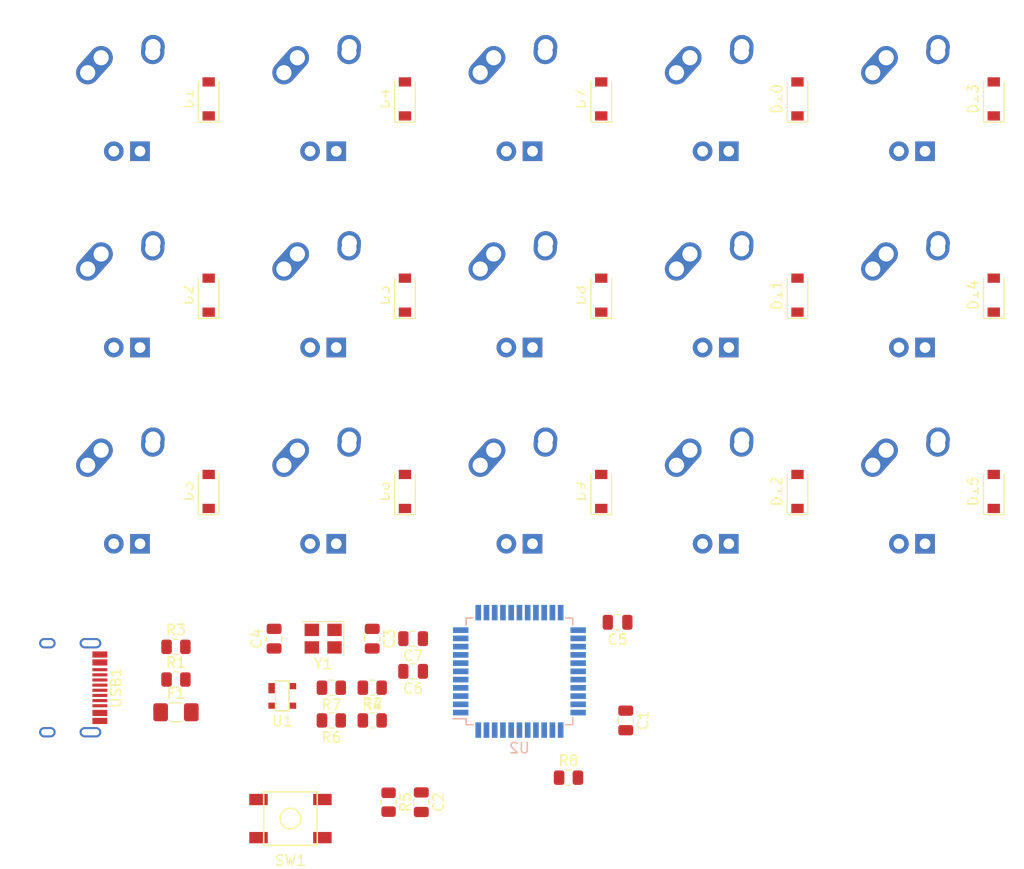
<source format=kicad_pcb>
(kicad_pcb (version 20171130) (host pcbnew "(5.1.7-0-10_14)")

  (general
    (thickness 1.6)
    (drawings 0)
    (tracks 0)
    (zones 0)
    (modules 51)
    (nets 60)
  )

  (page A4)
  (layers
    (0 F.Cu signal)
    (31 B.Cu signal)
    (32 B.Adhes user)
    (33 F.Adhes user)
    (34 B.Paste user)
    (35 F.Paste user)
    (36 B.SilkS user)
    (37 F.SilkS user)
    (38 B.Mask user)
    (39 F.Mask user)
    (40 Dwgs.User user)
    (41 Cmts.User user)
    (42 Eco1.User user)
    (43 Eco2.User user)
    (44 Edge.Cuts user)
    (45 Margin user)
    (46 B.CrtYd user)
    (47 F.CrtYd user)
    (48 B.Fab user)
    (49 F.Fab user)
  )

  (setup
    (last_trace_width 0.25)
    (trace_clearance 0.2)
    (zone_clearance 0.508)
    (zone_45_only no)
    (trace_min 0.2)
    (via_size 0.8)
    (via_drill 0.4)
    (via_min_size 0.4)
    (via_min_drill 0.3)
    (uvia_size 0.3)
    (uvia_drill 0.1)
    (uvias_allowed no)
    (uvia_min_size 0.2)
    (uvia_min_drill 0.1)
    (edge_width 0.05)
    (segment_width 0.2)
    (pcb_text_width 0.3)
    (pcb_text_size 1.5 1.5)
    (mod_edge_width 0.12)
    (mod_text_size 1 1)
    (mod_text_width 0.15)
    (pad_size 1.524 1.524)
    (pad_drill 0.762)
    (pad_to_mask_clearance 0)
    (aux_axis_origin 0 0)
    (visible_elements FFFFFF7F)
    (pcbplotparams
      (layerselection 0x010fc_ffffffff)
      (usegerberextensions false)
      (usegerberattributes true)
      (usegerberadvancedattributes true)
      (creategerberjobfile true)
      (excludeedgelayer true)
      (linewidth 0.100000)
      (plotframeref false)
      (viasonmask false)
      (mode 1)
      (useauxorigin false)
      (hpglpennumber 1)
      (hpglpenspeed 20)
      (hpglpendiameter 15.000000)
      (psnegative false)
      (psa4output false)
      (plotreference true)
      (plotvalue true)
      (plotinvisibletext false)
      (padsonsilk false)
      (subtractmaskfromsilk false)
      (outputformat 1)
      (mirror false)
      (drillshape 1)
      (scaleselection 1)
      (outputdirectory ""))
  )

  (net 0 "")
  (net 1 GND)
  (net 2 +5V)
  (net 3 "Net-(C3-Pad1)")
  (net 4 "Net-(C4-Pad1)")
  (net 5 "Net-(C6-Pad1)")
  (net 6 "Net-(D1-Pad2)")
  (net 7 ROW0)
  (net 8 "Net-(D2-Pad2)")
  (net 9 ROW1)
  (net 10 "Net-(D3-Pad2)")
  (net 11 ROW2)
  (net 12 "Net-(D4-Pad2)")
  (net 13 "Net-(D5-Pad2)")
  (net 14 "Net-(D6-Pad2)")
  (net 15 "Net-(D7-Pad2)")
  (net 16 "Net-(D8-Pad2)")
  (net 17 "Net-(D9-Pad2)")
  (net 18 "Net-(D10-Pad2)")
  (net 19 "Net-(D11-Pad2)")
  (net 20 "Net-(D12-Pad2)")
  (net 21 "Net-(D13-Pad2)")
  (net 22 "Net-(D14-Pad2)")
  (net 23 "Net-(D15-Pad2)")
  (net 24 VCC)
  (net 25 COL0)
  (net 26 COL1)
  (net 27 COL2)
  (net 28 COL3)
  (net 29 COL4)
  (net 30 "Net-(R1-Pad1)")
  (net 31 D-)
  (net 32 "Net-(R2-Pad1)")
  (net 33 "Net-(R3-Pad1)")
  (net 34 D+)
  (net 35 "Net-(R4-Pad1)")
  (net 36 "Net-(R5-Pad2)")
  (net 37 "Net-(R6-Pad2)")
  (net 38 "Net-(R7-Pad2)")
  (net 39 "Net-(R8-Pad2)")
  (net 40 "Net-(U2-Pad42)")
  (net 41 "Net-(U2-Pad41)")
  (net 42 "Net-(U2-Pad40)")
  (net 43 "Net-(U2-Pad39)")
  (net 44 "Net-(U2-Pad38)")
  (net 45 "Net-(U2-Pad37)")
  (net 46 "Net-(U2-Pad36)")
  (net 47 "Net-(U2-Pad32)")
  (net 48 "Net-(U2-Pad31)")
  (net 49 "Net-(U2-Pad27)")
  (net 50 "Net-(U2-Pad26)")
  (net 51 "Net-(U2-Pad25)")
  (net 52 "Net-(U2-Pad22)")
  (net 53 "Net-(U2-Pad21)")
  (net 54 "Net-(U2-Pad20)")
  (net 55 "Net-(U2-Pad19)")
  (net 56 "Net-(U2-Pad18)")
  (net 57 "Net-(U2-Pad1)")
  (net 58 "Net-(USB1-Pad3)")
  (net 59 "Net-(USB1-Pad9)")

  (net_class Default "This is the default net class."
    (clearance 0.2)
    (trace_width 0.25)
    (via_dia 0.8)
    (via_drill 0.4)
    (uvia_dia 0.3)
    (uvia_drill 0.1)
    (add_net +5V)
    (add_net COL0)
    (add_net COL1)
    (add_net COL2)
    (add_net COL3)
    (add_net COL4)
    (add_net D+)
    (add_net D-)
    (add_net GND)
    (add_net "Net-(C3-Pad1)")
    (add_net "Net-(C4-Pad1)")
    (add_net "Net-(C6-Pad1)")
    (add_net "Net-(D1-Pad2)")
    (add_net "Net-(D10-Pad2)")
    (add_net "Net-(D11-Pad2)")
    (add_net "Net-(D12-Pad2)")
    (add_net "Net-(D13-Pad2)")
    (add_net "Net-(D14-Pad2)")
    (add_net "Net-(D15-Pad2)")
    (add_net "Net-(D2-Pad2)")
    (add_net "Net-(D3-Pad2)")
    (add_net "Net-(D4-Pad2)")
    (add_net "Net-(D5-Pad2)")
    (add_net "Net-(D6-Pad2)")
    (add_net "Net-(D7-Pad2)")
    (add_net "Net-(D8-Pad2)")
    (add_net "Net-(D9-Pad2)")
    (add_net "Net-(R1-Pad1)")
    (add_net "Net-(R2-Pad1)")
    (add_net "Net-(R3-Pad1)")
    (add_net "Net-(R4-Pad1)")
    (add_net "Net-(R5-Pad2)")
    (add_net "Net-(R6-Pad2)")
    (add_net "Net-(R7-Pad2)")
    (add_net "Net-(R8-Pad2)")
    (add_net "Net-(U2-Pad1)")
    (add_net "Net-(U2-Pad18)")
    (add_net "Net-(U2-Pad19)")
    (add_net "Net-(U2-Pad20)")
    (add_net "Net-(U2-Pad21)")
    (add_net "Net-(U2-Pad22)")
    (add_net "Net-(U2-Pad25)")
    (add_net "Net-(U2-Pad26)")
    (add_net "Net-(U2-Pad27)")
    (add_net "Net-(U2-Pad31)")
    (add_net "Net-(U2-Pad32)")
    (add_net "Net-(U2-Pad36)")
    (add_net "Net-(U2-Pad37)")
    (add_net "Net-(U2-Pad38)")
    (add_net "Net-(U2-Pad39)")
    (add_net "Net-(U2-Pad40)")
    (add_net "Net-(U2-Pad41)")
    (add_net "Net-(U2-Pad42)")
    (add_net "Net-(USB1-Pad3)")
    (add_net "Net-(USB1-Pad9)")
    (add_net ROW0)
    (add_net ROW1)
    (add_net ROW2)
    (add_net VCC)
  )

  (module Crystal:Crystal_SMD_3225-4Pin_3.2x2.5mm (layer F.Cu) (tedit 5A0FD1B2) (tstamp 5F861DA2)
    (at 115.8875 122.2375 180)
    (descr "SMD Crystal SERIES SMD3225/4 http://www.txccrystal.com/images/pdf/7m-accuracy.pdf, 3.2x2.5mm^2 package")
    (tags "SMD SMT crystal")
    (path /5F8736D6)
    (attr smd)
    (fp_text reference Y1 (at 0 -2.45) (layer F.SilkS)
      (effects (font (size 1 1) (thickness 0.15)))
    )
    (fp_text value 16MHz (at 0 2.45) (layer F.Fab)
      (effects (font (size 1 1) (thickness 0.15)))
    )
    (fp_text user %R (at 0 0) (layer F.Fab)
      (effects (font (size 0.7 0.7) (thickness 0.105)))
    )
    (fp_line (start -1.6 -1.25) (end -1.6 1.25) (layer F.Fab) (width 0.1))
    (fp_line (start -1.6 1.25) (end 1.6 1.25) (layer F.Fab) (width 0.1))
    (fp_line (start 1.6 1.25) (end 1.6 -1.25) (layer F.Fab) (width 0.1))
    (fp_line (start 1.6 -1.25) (end -1.6 -1.25) (layer F.Fab) (width 0.1))
    (fp_line (start -1.6 0.25) (end -0.6 1.25) (layer F.Fab) (width 0.1))
    (fp_line (start -2 -1.65) (end -2 1.65) (layer F.SilkS) (width 0.12))
    (fp_line (start -2 1.65) (end 2 1.65) (layer F.SilkS) (width 0.12))
    (fp_line (start -2.1 -1.7) (end -2.1 1.7) (layer F.CrtYd) (width 0.05))
    (fp_line (start -2.1 1.7) (end 2.1 1.7) (layer F.CrtYd) (width 0.05))
    (fp_line (start 2.1 1.7) (end 2.1 -1.7) (layer F.CrtYd) (width 0.05))
    (fp_line (start 2.1 -1.7) (end -2.1 -1.7) (layer F.CrtYd) (width 0.05))
    (pad 4 smd rect (at -1.1 -0.85 180) (size 1.4 1.2) (layers F.Cu F.Paste F.Mask)
      (net 1 GND))
    (pad 3 smd rect (at 1.1 -0.85 180) (size 1.4 1.2) (layers F.Cu F.Paste F.Mask)
      (net 4 "Net-(C4-Pad1)"))
    (pad 2 smd rect (at 1.1 0.85 180) (size 1.4 1.2) (layers F.Cu F.Paste F.Mask)
      (net 1 GND))
    (pad 1 smd rect (at -1.1 0.85 180) (size 1.4 1.2) (layers F.Cu F.Paste F.Mask)
      (net 3 "Net-(C3-Pad1)"))
    (model ${KISYS3DMOD}/Crystal.3dshapes/Crystal_SMD_3225-4Pin_3.2x2.5mm.wrl
      (at (xyz 0 0 0))
      (scale (xyz 1 1 1))
      (rotate (xyz 0 0 0))
    )
  )

  (module Type-C:HRO-TYPE-C-31-M-12 (layer F.Cu) (tedit 5C42C658) (tstamp 5F85EA4B)
    (at 86.51875 127 270)
    (path /5F9F70DD)
    (attr smd)
    (fp_text reference USB1 (at 0 -9.25 90) (layer F.SilkS)
      (effects (font (size 1 1) (thickness 0.15)))
    )
    (fp_text value HRO-TYPE-C-31-M-12 (at 0 1.15 90) (layer Dwgs.User)
      (effects (font (size 1 1) (thickness 0.15)))
    )
    (fp_line (start -4.47 -7.3) (end 4.47 -7.3) (layer Dwgs.User) (width 0.15))
    (fp_line (start 4.47 0) (end 4.47 -7.3) (layer Dwgs.User) (width 0.15))
    (fp_line (start -4.47 0) (end -4.47 -7.3) (layer Dwgs.User) (width 0.15))
    (fp_line (start -4.47 0) (end 4.47 0) (layer Dwgs.User) (width 0.15))
    (pad 12 smd rect (at 3.225 -7.695 270) (size 0.6 1.45) (layers F.Cu F.Paste F.Mask)
      (net 1 GND))
    (pad 1 smd rect (at -3.225 -7.695 270) (size 0.6 1.45) (layers F.Cu F.Paste F.Mask)
      (net 1 GND))
    (pad 11 smd rect (at 2.45 -7.695 270) (size 0.6 1.45) (layers F.Cu F.Paste F.Mask)
      (net 24 VCC))
    (pad 2 smd rect (at -2.45 -7.695 270) (size 0.6 1.45) (layers F.Cu F.Paste F.Mask)
      (net 24 VCC))
    (pad 3 smd rect (at -1.75 -7.695 270) (size 0.3 1.45) (layers F.Cu F.Paste F.Mask)
      (net 58 "Net-(USB1-Pad3)"))
    (pad 10 smd rect (at 1.75 -7.695 270) (size 0.3 1.45) (layers F.Cu F.Paste F.Mask)
      (net 30 "Net-(R1-Pad1)"))
    (pad 4 smd rect (at -1.25 -7.695 270) (size 0.3 1.45) (layers F.Cu F.Paste F.Mask)
      (net 33 "Net-(R3-Pad1)"))
    (pad 9 smd rect (at 1.25 -7.695 270) (size 0.3 1.45) (layers F.Cu F.Paste F.Mask)
      (net 59 "Net-(USB1-Pad9)"))
    (pad 5 smd rect (at -0.75 -7.695 270) (size 0.3 1.45) (layers F.Cu F.Paste F.Mask)
      (net 37 "Net-(R6-Pad2)"))
    (pad 8 smd rect (at 0.75 -7.695 270) (size 0.3 1.45) (layers F.Cu F.Paste F.Mask)
      (net 38 "Net-(R7-Pad2)"))
    (pad 7 smd rect (at 0.25 -7.695 270) (size 0.3 1.45) (layers F.Cu F.Paste F.Mask)
      (net 37 "Net-(R6-Pad2)"))
    (pad 6 smd rect (at -0.25 -7.695 270) (size 0.3 1.45) (layers F.Cu F.Paste F.Mask)
      (net 38 "Net-(R7-Pad2)"))
    (pad "" np_thru_hole circle (at 2.89 -6.25 270) (size 0.65 0.65) (drill 0.65) (layers *.Cu *.Mask))
    (pad "" np_thru_hole circle (at -2.89 -6.25 270) (size 0.65 0.65) (drill 0.65) (layers *.Cu *.Mask))
    (pad 13 thru_hole oval (at -4.32 -6.78 270) (size 1 2.1) (drill oval 0.6 1.7) (layers *.Cu B.Mask)
      (net 1 GND))
    (pad 13 thru_hole oval (at 4.32 -6.78 270) (size 1 2.1) (drill oval 0.6 1.7) (layers *.Cu B.Mask)
      (net 1 GND))
    (pad 13 thru_hole oval (at -4.32 -2.6 270) (size 1 1.6) (drill oval 0.6 1.2) (layers *.Cu B.Mask)
      (net 1 GND))
    (pad 13 thru_hole oval (at 4.32 -2.6 270) (size 1 1.6) (drill oval 0.6 1.2) (layers *.Cu B.Mask)
      (net 1 GND))
  )

  (module Package_QFP:TQFP-44_10x10mm_P0.8mm (layer B.Cu) (tedit 5A02F146) (tstamp 5F85EA31)
    (at 134.9375 125.4125)
    (descr "44-Lead Plastic Thin Quad Flatpack (PT) - 10x10x1.0 mm Body [TQFP] (see Microchip Packaging Specification 00000049BS.pdf)")
    (tags "QFP 0.8")
    (path /5F82BAA3)
    (attr smd)
    (fp_text reference U2 (at 0 7.45) (layer B.SilkS)
      (effects (font (size 1 1) (thickness 0.15)) (justify mirror))
    )
    (fp_text value ATmega32U4-AU (at 0 -7.45) (layer B.Fab)
      (effects (font (size 1 1) (thickness 0.15)) (justify mirror))
    )
    (fp_text user %R (at 0 0) (layer B.Fab)
      (effects (font (size 1 1) (thickness 0.15)) (justify mirror))
    )
    (fp_line (start -4 5) (end 5 5) (layer B.Fab) (width 0.15))
    (fp_line (start 5 5) (end 5 -5) (layer B.Fab) (width 0.15))
    (fp_line (start 5 -5) (end -5 -5) (layer B.Fab) (width 0.15))
    (fp_line (start -5 -5) (end -5 4) (layer B.Fab) (width 0.15))
    (fp_line (start -5 4) (end -4 5) (layer B.Fab) (width 0.15))
    (fp_line (start -6.7 6.7) (end -6.7 -6.7) (layer B.CrtYd) (width 0.05))
    (fp_line (start 6.7 6.7) (end 6.7 -6.7) (layer B.CrtYd) (width 0.05))
    (fp_line (start -6.7 6.7) (end 6.7 6.7) (layer B.CrtYd) (width 0.05))
    (fp_line (start -6.7 -6.7) (end 6.7 -6.7) (layer B.CrtYd) (width 0.05))
    (fp_line (start -5.175 5.175) (end -5.175 4.6) (layer B.SilkS) (width 0.15))
    (fp_line (start 5.175 5.175) (end 5.175 4.5) (layer B.SilkS) (width 0.15))
    (fp_line (start 5.175 -5.175) (end 5.175 -4.5) (layer B.SilkS) (width 0.15))
    (fp_line (start -5.175 -5.175) (end -5.175 -4.5) (layer B.SilkS) (width 0.15))
    (fp_line (start -5.175 5.175) (end -4.5 5.175) (layer B.SilkS) (width 0.15))
    (fp_line (start -5.175 -5.175) (end -4.5 -5.175) (layer B.SilkS) (width 0.15))
    (fp_line (start 5.175 -5.175) (end 4.5 -5.175) (layer B.SilkS) (width 0.15))
    (fp_line (start 5.175 5.175) (end 4.5 5.175) (layer B.SilkS) (width 0.15))
    (fp_line (start -5.175 4.6) (end -6.45 4.6) (layer B.SilkS) (width 0.15))
    (pad 44 smd rect (at -4 5.7 270) (size 1.5 0.55) (layers B.Cu B.Paste B.Mask)
      (net 2 +5V))
    (pad 43 smd rect (at -3.2 5.7 270) (size 1.5 0.55) (layers B.Cu B.Paste B.Mask)
      (net 1 GND))
    (pad 42 smd rect (at -2.4 5.7 270) (size 1.5 0.55) (layers B.Cu B.Paste B.Mask)
      (net 40 "Net-(U2-Pad42)"))
    (pad 41 smd rect (at -1.6 5.7 270) (size 1.5 0.55) (layers B.Cu B.Paste B.Mask)
      (net 41 "Net-(U2-Pad41)"))
    (pad 40 smd rect (at -0.8 5.7 270) (size 1.5 0.55) (layers B.Cu B.Paste B.Mask)
      (net 42 "Net-(U2-Pad40)"))
    (pad 39 smd rect (at 0 5.7 270) (size 1.5 0.55) (layers B.Cu B.Paste B.Mask)
      (net 43 "Net-(U2-Pad39)"))
    (pad 38 smd rect (at 0.8 5.7 270) (size 1.5 0.55) (layers B.Cu B.Paste B.Mask)
      (net 44 "Net-(U2-Pad38)"))
    (pad 37 smd rect (at 1.6 5.7 270) (size 1.5 0.55) (layers B.Cu B.Paste B.Mask)
      (net 45 "Net-(U2-Pad37)"))
    (pad 36 smd rect (at 2.4 5.7 270) (size 1.5 0.55) (layers B.Cu B.Paste B.Mask)
      (net 46 "Net-(U2-Pad36)"))
    (pad 35 smd rect (at 3.2 5.7 270) (size 1.5 0.55) (layers B.Cu B.Paste B.Mask)
      (net 1 GND))
    (pad 34 smd rect (at 4 5.7 270) (size 1.5 0.55) (layers B.Cu B.Paste B.Mask)
      (net 2 +5V))
    (pad 33 smd rect (at 5.7 4) (size 1.5 0.55) (layers B.Cu B.Paste B.Mask)
      (net 39 "Net-(R8-Pad2)"))
    (pad 32 smd rect (at 5.7 3.2) (size 1.5 0.55) (layers B.Cu B.Paste B.Mask)
      (net 47 "Net-(U2-Pad32)"))
    (pad 31 smd rect (at 5.7 2.4) (size 1.5 0.55) (layers B.Cu B.Paste B.Mask)
      (net 48 "Net-(U2-Pad31)"))
    (pad 30 smd rect (at 5.7 1.6) (size 1.5 0.55) (layers B.Cu B.Paste B.Mask)
      (net 28 COL3))
    (pad 29 smd rect (at 5.7 0.8) (size 1.5 0.55) (layers B.Cu B.Paste B.Mask)
      (net 27 COL2))
    (pad 28 smd rect (at 5.7 0) (size 1.5 0.55) (layers B.Cu B.Paste B.Mask)
      (net 26 COL1))
    (pad 27 smd rect (at 5.7 -0.8) (size 1.5 0.55) (layers B.Cu B.Paste B.Mask)
      (net 49 "Net-(U2-Pad27)"))
    (pad 26 smd rect (at 5.7 -1.6) (size 1.5 0.55) (layers B.Cu B.Paste B.Mask)
      (net 50 "Net-(U2-Pad26)"))
    (pad 25 smd rect (at 5.7 -2.4) (size 1.5 0.55) (layers B.Cu B.Paste B.Mask)
      (net 51 "Net-(U2-Pad25)"))
    (pad 24 smd rect (at 5.7 -3.2) (size 1.5 0.55) (layers B.Cu B.Paste B.Mask)
      (net 2 +5V))
    (pad 23 smd rect (at 5.7 -4) (size 1.5 0.55) (layers B.Cu B.Paste B.Mask)
      (net 1 GND))
    (pad 22 smd rect (at 4 -5.7 270) (size 1.5 0.55) (layers B.Cu B.Paste B.Mask)
      (net 52 "Net-(U2-Pad22)"))
    (pad 21 smd rect (at 3.2 -5.7 270) (size 1.5 0.55) (layers B.Cu B.Paste B.Mask)
      (net 53 "Net-(U2-Pad21)"))
    (pad 20 smd rect (at 2.4 -5.7 270) (size 1.5 0.55) (layers B.Cu B.Paste B.Mask)
      (net 54 "Net-(U2-Pad20)"))
    (pad 19 smd rect (at 1.6 -5.7 270) (size 1.5 0.55) (layers B.Cu B.Paste B.Mask)
      (net 55 "Net-(U2-Pad19)"))
    (pad 18 smd rect (at 0.8 -5.7 270) (size 1.5 0.55) (layers B.Cu B.Paste B.Mask)
      (net 56 "Net-(U2-Pad18)"))
    (pad 17 smd rect (at 0 -5.7 270) (size 1.5 0.55) (layers B.Cu B.Paste B.Mask)
      (net 3 "Net-(C3-Pad1)"))
    (pad 16 smd rect (at -0.8 -5.7 270) (size 1.5 0.55) (layers B.Cu B.Paste B.Mask)
      (net 4 "Net-(C4-Pad1)"))
    (pad 15 smd rect (at -1.6 -5.7 270) (size 1.5 0.55) (layers B.Cu B.Paste B.Mask)
      (net 1 GND))
    (pad 14 smd rect (at -2.4 -5.7 270) (size 1.5 0.55) (layers B.Cu B.Paste B.Mask)
      (net 2 +5V))
    (pad 13 smd rect (at -3.2 -5.7 270) (size 1.5 0.55) (layers B.Cu B.Paste B.Mask)
      (net 36 "Net-(R5-Pad2)"))
    (pad 12 smd rect (at -4 -5.7 270) (size 1.5 0.55) (layers B.Cu B.Paste B.Mask)
      (net 29 COL4))
    (pad 11 smd rect (at -5.7 -4) (size 1.5 0.55) (layers B.Cu B.Paste B.Mask)
      (net 25 COL0))
    (pad 10 smd rect (at -5.7 -3.2) (size 1.5 0.55) (layers B.Cu B.Paste B.Mask)
      (net 11 ROW2))
    (pad 9 smd rect (at -5.7 -2.4) (size 1.5 0.55) (layers B.Cu B.Paste B.Mask)
      (net 9 ROW1))
    (pad 8 smd rect (at -5.7 -1.6) (size 1.5 0.55) (layers B.Cu B.Paste B.Mask)
      (net 7 ROW0))
    (pad 7 smd rect (at -5.7 -0.8) (size 1.5 0.55) (layers B.Cu B.Paste B.Mask)
      (net 2 +5V))
    (pad 6 smd rect (at -5.7 0) (size 1.5 0.55) (layers B.Cu B.Paste B.Mask)
      (net 5 "Net-(C6-Pad1)"))
    (pad 5 smd rect (at -5.7 0.8) (size 1.5 0.55) (layers B.Cu B.Paste B.Mask)
      (net 1 GND))
    (pad 4 smd rect (at -5.7 1.6) (size 1.5 0.55) (layers B.Cu B.Paste B.Mask)
      (net 35 "Net-(R4-Pad1)"))
    (pad 3 smd rect (at -5.7 2.4) (size 1.5 0.55) (layers B.Cu B.Paste B.Mask)
      (net 32 "Net-(R2-Pad1)"))
    (pad 2 smd rect (at -5.7 3.2) (size 1.5 0.55) (layers B.Cu B.Paste B.Mask)
      (net 2 +5V))
    (pad 1 smd rect (at -5.7 4) (size 1.5 0.55) (layers B.Cu B.Paste B.Mask)
      (net 57 "Net-(U2-Pad1)"))
    (model ${KISYS3DMOD}/Package_QFP.3dshapes/TQFP-44_10x10mm_P0.8mm.wrl
      (at (xyz 0 0 0))
      (scale (xyz 1 1 1))
      (rotate (xyz 0 0 0))
    )
  )

  (module random-keyboard-parts:SOT143B (layer F.Cu) (tedit 5E62B3A6) (tstamp 5F85E9EE)
    (at 111.91875 127.79375)
    (path /5FA9CC80)
    (attr smd)
    (fp_text reference U1 (at 0 2.45) (layer F.SilkS)
      (effects (font (size 1 1) (thickness 0.15)))
    )
    (fp_text value PRTR5V0U2X (at 0 -2.3) (layer F.Fab)
      (effects (font (size 1 1) (thickness 0.15)))
    )
    (fp_line (start 1.45 0.55) (end 0.65 0.55) (layer F.Fab) (width 0.15))
    (fp_line (start 0.65 -0.55) (end 1.45 -0.55) (layer F.Fab) (width 0.15))
    (fp_line (start -1.45 0.55) (end -0.65 0.55) (layer F.Fab) (width 0.15))
    (fp_line (start -0.65 -0.1) (end -1.45 -0.1) (layer F.Fab) (width 0.15))
    (fp_line (start -0.65 1.45) (end -0.65 -1.45) (layer F.Fab) (width 0.15))
    (fp_line (start 0.65 -1.45) (end 0.65 1.45) (layer F.Fab) (width 0.15))
    (fp_line (start -1.45 -1.45) (end 1.45 -1.45) (layer F.Fab) (width 0.15))
    (fp_line (start -1.45 1.45) (end -1.45 -1.45) (layer F.Fab) (width 0.15))
    (fp_line (start 1.45 1.45) (end -1.45 1.45) (layer F.Fab) (width 0.15))
    (fp_line (start 1.45 -1.45) (end 1.45 1.45) (layer F.Fab) (width 0.15))
    (fp_line (start -0.65 1.45) (end 0.65 1.45) (layer F.SilkS) (width 0.15))
    (fp_line (start -0.65 -1.45) (end -0.65 1.45) (layer F.SilkS) (width 0.15))
    (fp_line (start 0.65 -1.45) (end -0.65 -1.45) (layer F.SilkS) (width 0.15))
    (fp_line (start 0.65 -1.45) (end 0.65 1.45) (layer F.SilkS) (width 0.15))
    (pad 1 smd rect (at -1 -0.75 270) (size 1 0.7) (layers F.Cu F.Paste F.Mask)
      (net 1 GND))
    (pad 4 smd rect (at 1 -0.95 270) (size 0.6 0.7) (layers F.Cu F.Paste F.Mask)
      (net 24 VCC))
    (pad 2 smd rect (at -1 0.95 270) (size 0.6 0.7) (layers F.Cu F.Paste F.Mask)
      (net 38 "Net-(R7-Pad2)"))
    (pad 3 smd rect (at 1 0.95 270) (size 0.6 0.7) (layers F.Cu F.Paste F.Mask)
      (net 37 "Net-(R6-Pad2)"))
    (model ${KISYS3DMOD}/Package_TO_SOT_SMD.3dshapes/SOT-143.step
      (at (xyz 0 0 0))
      (scale (xyz 1 1 1))
      (rotate (xyz 0 0 0))
    )
  )

  (module random-keyboard-parts:SKQG-1155865 (layer F.Cu) (tedit 5E62B398) (tstamp 5F85E9D8)
    (at 112.7125 139.7)
    (path /5F88A393)
    (attr smd)
    (fp_text reference SW1 (at 0 4.064) (layer F.SilkS)
      (effects (font (size 1 1) (thickness 0.15)))
    )
    (fp_text value SW_Push (at 0 -4.064) (layer F.Fab)
      (effects (font (size 1 1) (thickness 0.15)))
    )
    (fp_line (start -2.6 1.1) (end -1.1 2.6) (layer F.Fab) (width 0.15))
    (fp_line (start 2.6 1.1) (end 1.1 2.6) (layer F.Fab) (width 0.15))
    (fp_line (start 2.6 -1.1) (end 1.1 -2.6) (layer F.Fab) (width 0.15))
    (fp_line (start -2.6 -1.1) (end -1.1 -2.6) (layer F.Fab) (width 0.15))
    (fp_circle (center 0 0) (end 1 0) (layer F.Fab) (width 0.15))
    (fp_line (start -4.2 -1.1) (end -4.2 -2.6) (layer F.Fab) (width 0.15))
    (fp_line (start -2.6 -1.1) (end -4.2 -1.1) (layer F.Fab) (width 0.15))
    (fp_line (start -2.6 1.1) (end -2.6 -1.1) (layer F.Fab) (width 0.15))
    (fp_line (start -4.2 1.1) (end -2.6 1.1) (layer F.Fab) (width 0.15))
    (fp_line (start -4.2 2.6) (end -4.2 1.1) (layer F.Fab) (width 0.15))
    (fp_line (start 4.2 2.6) (end -4.2 2.6) (layer F.Fab) (width 0.15))
    (fp_line (start 4.2 1.1) (end 4.2 2.6) (layer F.Fab) (width 0.15))
    (fp_line (start 2.6 1.1) (end 4.2 1.1) (layer F.Fab) (width 0.15))
    (fp_line (start 2.6 -1.1) (end 2.6 1.1) (layer F.Fab) (width 0.15))
    (fp_line (start 4.2 -1.1) (end 2.6 -1.1) (layer F.Fab) (width 0.15))
    (fp_line (start 4.2 -2.6) (end 4.2 -1.2) (layer F.Fab) (width 0.15))
    (fp_line (start -4.2 -2.6) (end 4.2 -2.6) (layer F.Fab) (width 0.15))
    (fp_circle (center 0 0) (end 1 0) (layer F.SilkS) (width 0.15))
    (fp_line (start -2.6 2.6) (end -2.6 -2.6) (layer F.SilkS) (width 0.15))
    (fp_line (start 2.6 2.6) (end -2.6 2.6) (layer F.SilkS) (width 0.15))
    (fp_line (start 2.6 -2.6) (end 2.6 2.6) (layer F.SilkS) (width 0.15))
    (fp_line (start -2.6 -2.6) (end 2.6 -2.6) (layer F.SilkS) (width 0.15))
    (pad 4 smd rect (at -3.1 1.85) (size 1.8 1.1) (layers F.Cu F.Paste F.Mask))
    (pad 3 smd rect (at 3.1 -1.85) (size 1.8 1.1) (layers F.Cu F.Paste F.Mask))
    (pad 2 smd rect (at -3.1 -1.85) (size 1.8 1.1) (layers F.Cu F.Paste F.Mask)
      (net 36 "Net-(R5-Pad2)"))
    (pad 1 smd rect (at 3.1 1.85) (size 1.8 1.1) (layers F.Cu F.Paste F.Mask)
      (net 1 GND))
    (model ${KISYS3DMOD}/Button_Switch_SMD.3dshapes/SW_SPST_TL3342.step
      (at (xyz 0 0 0))
      (scale (xyz 1 1 1))
      (rotate (xyz 0 0 0))
    )
  )

  (module Resistor_SMD:R_0805_2012Metric (layer F.Cu) (tedit 5F68FEEE) (tstamp 5F85E9BA)
    (at 139.7 135.73125)
    (descr "Resistor SMD 0805 (2012 Metric), square (rectangular) end terminal, IPC_7351 nominal, (Body size source: IPC-SM-782 page 72, https://www.pcb-3d.com/wordpress/wp-content/uploads/ipc-sm-782a_amendment_1_and_2.pdf), generated with kicad-footprint-generator")
    (tags resistor)
    (path /5F84B7F2)
    (attr smd)
    (fp_text reference R8 (at 0 -1.65) (layer F.SilkS)
      (effects (font (size 1 1) (thickness 0.15)))
    )
    (fp_text value 10k (at 0 1.65) (layer F.Fab)
      (effects (font (size 1 1) (thickness 0.15)))
    )
    (fp_text user %R (at 0 0) (layer F.Fab)
      (effects (font (size 0.5 0.5) (thickness 0.08)))
    )
    (fp_line (start -1 0.625) (end -1 -0.625) (layer F.Fab) (width 0.1))
    (fp_line (start -1 -0.625) (end 1 -0.625) (layer F.Fab) (width 0.1))
    (fp_line (start 1 -0.625) (end 1 0.625) (layer F.Fab) (width 0.1))
    (fp_line (start 1 0.625) (end -1 0.625) (layer F.Fab) (width 0.1))
    (fp_line (start -0.227064 -0.735) (end 0.227064 -0.735) (layer F.SilkS) (width 0.12))
    (fp_line (start -0.227064 0.735) (end 0.227064 0.735) (layer F.SilkS) (width 0.12))
    (fp_line (start -1.68 0.95) (end -1.68 -0.95) (layer F.CrtYd) (width 0.05))
    (fp_line (start -1.68 -0.95) (end 1.68 -0.95) (layer F.CrtYd) (width 0.05))
    (fp_line (start 1.68 -0.95) (end 1.68 0.95) (layer F.CrtYd) (width 0.05))
    (fp_line (start 1.68 0.95) (end -1.68 0.95) (layer F.CrtYd) (width 0.05))
    (pad 2 smd roundrect (at 0.9125 0) (size 1.025 1.4) (layers F.Cu F.Paste F.Mask) (roundrect_rratio 0.243902)
      (net 39 "Net-(R8-Pad2)"))
    (pad 1 smd roundrect (at -0.9125 0) (size 1.025 1.4) (layers F.Cu F.Paste F.Mask) (roundrect_rratio 0.243902)
      (net 1 GND))
    (model ${KISYS3DMOD}/Resistor_SMD.3dshapes/R_0805_2012Metric.wrl
      (at (xyz 0 0 0))
      (scale (xyz 1 1 1))
      (rotate (xyz 0 0 0))
    )
  )

  (module Resistor_SMD:R_0805_2012Metric (layer F.Cu) (tedit 5F68FEEE) (tstamp 5F85E9A9)
    (at 116.68125 127 180)
    (descr "Resistor SMD 0805 (2012 Metric), square (rectangular) end terminal, IPC_7351 nominal, (Body size source: IPC-SM-782 page 72, https://www.pcb-3d.com/wordpress/wp-content/uploads/ipc-sm-782a_amendment_1_and_2.pdf), generated with kicad-footprint-generator")
    (tags resistor)
    (path /5F9FE9CD)
    (attr smd)
    (fp_text reference R7 (at 0 -1.65) (layer F.SilkS)
      (effects (font (size 1 1) (thickness 0.15)))
    )
    (fp_text value 22 (at 0 1.65) (layer F.Fab)
      (effects (font (size 1 1) (thickness 0.15)))
    )
    (fp_text user %R (at 0 0) (layer F.Fab)
      (effects (font (size 0.5 0.5) (thickness 0.08)))
    )
    (fp_line (start -1 0.625) (end -1 -0.625) (layer F.Fab) (width 0.1))
    (fp_line (start -1 -0.625) (end 1 -0.625) (layer F.Fab) (width 0.1))
    (fp_line (start 1 -0.625) (end 1 0.625) (layer F.Fab) (width 0.1))
    (fp_line (start 1 0.625) (end -1 0.625) (layer F.Fab) (width 0.1))
    (fp_line (start -0.227064 -0.735) (end 0.227064 -0.735) (layer F.SilkS) (width 0.12))
    (fp_line (start -0.227064 0.735) (end 0.227064 0.735) (layer F.SilkS) (width 0.12))
    (fp_line (start -1.68 0.95) (end -1.68 -0.95) (layer F.CrtYd) (width 0.05))
    (fp_line (start -1.68 -0.95) (end 1.68 -0.95) (layer F.CrtYd) (width 0.05))
    (fp_line (start 1.68 -0.95) (end 1.68 0.95) (layer F.CrtYd) (width 0.05))
    (fp_line (start 1.68 0.95) (end -1.68 0.95) (layer F.CrtYd) (width 0.05))
    (pad 2 smd roundrect (at 0.9125 0 180) (size 1.025 1.4) (layers F.Cu F.Paste F.Mask) (roundrect_rratio 0.243902)
      (net 38 "Net-(R7-Pad2)"))
    (pad 1 smd roundrect (at -0.9125 0 180) (size 1.025 1.4) (layers F.Cu F.Paste F.Mask) (roundrect_rratio 0.243902)
      (net 34 D+))
    (model ${KISYS3DMOD}/Resistor_SMD.3dshapes/R_0805_2012Metric.wrl
      (at (xyz 0 0 0))
      (scale (xyz 1 1 1))
      (rotate (xyz 0 0 0))
    )
  )

  (module Resistor_SMD:R_0805_2012Metric (layer F.Cu) (tedit 5F68FEEE) (tstamp 5F85E998)
    (at 116.68125 130.175 180)
    (descr "Resistor SMD 0805 (2012 Metric), square (rectangular) end terminal, IPC_7351 nominal, (Body size source: IPC-SM-782 page 72, https://www.pcb-3d.com/wordpress/wp-content/uploads/ipc-sm-782a_amendment_1_and_2.pdf), generated with kicad-footprint-generator")
    (tags resistor)
    (path /5F9FB1D3)
    (attr smd)
    (fp_text reference R6 (at 0 -1.65) (layer F.SilkS)
      (effects (font (size 1 1) (thickness 0.15)))
    )
    (fp_text value 22 (at 0 1.65) (layer F.Fab)
      (effects (font (size 1 1) (thickness 0.15)))
    )
    (fp_text user %R (at 0 0) (layer F.Fab)
      (effects (font (size 0.5 0.5) (thickness 0.08)))
    )
    (fp_line (start -1 0.625) (end -1 -0.625) (layer F.Fab) (width 0.1))
    (fp_line (start -1 -0.625) (end 1 -0.625) (layer F.Fab) (width 0.1))
    (fp_line (start 1 -0.625) (end 1 0.625) (layer F.Fab) (width 0.1))
    (fp_line (start 1 0.625) (end -1 0.625) (layer F.Fab) (width 0.1))
    (fp_line (start -0.227064 -0.735) (end 0.227064 -0.735) (layer F.SilkS) (width 0.12))
    (fp_line (start -0.227064 0.735) (end 0.227064 0.735) (layer F.SilkS) (width 0.12))
    (fp_line (start -1.68 0.95) (end -1.68 -0.95) (layer F.CrtYd) (width 0.05))
    (fp_line (start -1.68 -0.95) (end 1.68 -0.95) (layer F.CrtYd) (width 0.05))
    (fp_line (start 1.68 -0.95) (end 1.68 0.95) (layer F.CrtYd) (width 0.05))
    (fp_line (start 1.68 0.95) (end -1.68 0.95) (layer F.CrtYd) (width 0.05))
    (pad 2 smd roundrect (at 0.9125 0 180) (size 1.025 1.4) (layers F.Cu F.Paste F.Mask) (roundrect_rratio 0.243902)
      (net 37 "Net-(R6-Pad2)"))
    (pad 1 smd roundrect (at -0.9125 0 180) (size 1.025 1.4) (layers F.Cu F.Paste F.Mask) (roundrect_rratio 0.243902)
      (net 31 D-))
    (model ${KISYS3DMOD}/Resistor_SMD.3dshapes/R_0805_2012Metric.wrl
      (at (xyz 0 0 0))
      (scale (xyz 1 1 1))
      (rotate (xyz 0 0 0))
    )
  )

  (module Resistor_SMD:R_0805_2012Metric (layer F.Cu) (tedit 5F68FEEE) (tstamp 5F85E987)
    (at 122.2375 138.1125 270)
    (descr "Resistor SMD 0805 (2012 Metric), square (rectangular) end terminal, IPC_7351 nominal, (Body size source: IPC-SM-782 page 72, https://www.pcb-3d.com/wordpress/wp-content/uploads/ipc-sm-782a_amendment_1_and_2.pdf), generated with kicad-footprint-generator")
    (tags resistor)
    (path /5F88D305)
    (attr smd)
    (fp_text reference R5 (at 0 -1.65 90) (layer F.SilkS)
      (effects (font (size 1 1) (thickness 0.15)))
    )
    (fp_text value 10k (at 0 1.65 90) (layer F.Fab)
      (effects (font (size 1 1) (thickness 0.15)))
    )
    (fp_text user %R (at 0 0 90) (layer F.Fab)
      (effects (font (size 0.5 0.5) (thickness 0.08)))
    )
    (fp_line (start -1 0.625) (end -1 -0.625) (layer F.Fab) (width 0.1))
    (fp_line (start -1 -0.625) (end 1 -0.625) (layer F.Fab) (width 0.1))
    (fp_line (start 1 -0.625) (end 1 0.625) (layer F.Fab) (width 0.1))
    (fp_line (start 1 0.625) (end -1 0.625) (layer F.Fab) (width 0.1))
    (fp_line (start -0.227064 -0.735) (end 0.227064 -0.735) (layer F.SilkS) (width 0.12))
    (fp_line (start -0.227064 0.735) (end 0.227064 0.735) (layer F.SilkS) (width 0.12))
    (fp_line (start -1.68 0.95) (end -1.68 -0.95) (layer F.CrtYd) (width 0.05))
    (fp_line (start -1.68 -0.95) (end 1.68 -0.95) (layer F.CrtYd) (width 0.05))
    (fp_line (start 1.68 -0.95) (end 1.68 0.95) (layer F.CrtYd) (width 0.05))
    (fp_line (start 1.68 0.95) (end -1.68 0.95) (layer F.CrtYd) (width 0.05))
    (pad 2 smd roundrect (at 0.9125 0 270) (size 1.025 1.4) (layers F.Cu F.Paste F.Mask) (roundrect_rratio 0.243902)
      (net 36 "Net-(R5-Pad2)"))
    (pad 1 smd roundrect (at -0.9125 0 270) (size 1.025 1.4) (layers F.Cu F.Paste F.Mask) (roundrect_rratio 0.243902)
      (net 2 +5V))
    (model ${KISYS3DMOD}/Resistor_SMD.3dshapes/R_0805_2012Metric.wrl
      (at (xyz 0 0 0))
      (scale (xyz 1 1 1))
      (rotate (xyz 0 0 0))
    )
  )

  (module Resistor_SMD:R_0805_2012Metric (layer F.Cu) (tedit 5F68FEEE) (tstamp 5F85E976)
    (at 120.65 127 180)
    (descr "Resistor SMD 0805 (2012 Metric), square (rectangular) end terminal, IPC_7351 nominal, (Body size source: IPC-SM-782 page 72, https://www.pcb-3d.com/wordpress/wp-content/uploads/ipc-sm-782a_amendment_1_and_2.pdf), generated with kicad-footprint-generator")
    (tags resistor)
    (path /5F84DFE3)
    (attr smd)
    (fp_text reference R4 (at 0 -1.65) (layer F.SilkS)
      (effects (font (size 1 1) (thickness 0.15)))
    )
    (fp_text value 22 (at 0 1.65) (layer F.Fab)
      (effects (font (size 1 1) (thickness 0.15)))
    )
    (fp_text user %R (at 0 0) (layer F.Fab)
      (effects (font (size 0.5 0.5) (thickness 0.08)))
    )
    (fp_line (start -1 0.625) (end -1 -0.625) (layer F.Fab) (width 0.1))
    (fp_line (start -1 -0.625) (end 1 -0.625) (layer F.Fab) (width 0.1))
    (fp_line (start 1 -0.625) (end 1 0.625) (layer F.Fab) (width 0.1))
    (fp_line (start 1 0.625) (end -1 0.625) (layer F.Fab) (width 0.1))
    (fp_line (start -0.227064 -0.735) (end 0.227064 -0.735) (layer F.SilkS) (width 0.12))
    (fp_line (start -0.227064 0.735) (end 0.227064 0.735) (layer F.SilkS) (width 0.12))
    (fp_line (start -1.68 0.95) (end -1.68 -0.95) (layer F.CrtYd) (width 0.05))
    (fp_line (start -1.68 -0.95) (end 1.68 -0.95) (layer F.CrtYd) (width 0.05))
    (fp_line (start 1.68 -0.95) (end 1.68 0.95) (layer F.CrtYd) (width 0.05))
    (fp_line (start 1.68 0.95) (end -1.68 0.95) (layer F.CrtYd) (width 0.05))
    (pad 2 smd roundrect (at 0.9125 0 180) (size 1.025 1.4) (layers F.Cu F.Paste F.Mask) (roundrect_rratio 0.243902)
      (net 34 D+))
    (pad 1 smd roundrect (at -0.9125 0 180) (size 1.025 1.4) (layers F.Cu F.Paste F.Mask) (roundrect_rratio 0.243902)
      (net 35 "Net-(R4-Pad1)"))
    (model ${KISYS3DMOD}/Resistor_SMD.3dshapes/R_0805_2012Metric.wrl
      (at (xyz 0 0 0))
      (scale (xyz 1 1 1))
      (rotate (xyz 0 0 0))
    )
  )

  (module Resistor_SMD:R_0805_2012Metric (layer F.Cu) (tedit 5F68FEEE) (tstamp 5F85E965)
    (at 101.6 123.03125)
    (descr "Resistor SMD 0805 (2012 Metric), square (rectangular) end terminal, IPC_7351 nominal, (Body size source: IPC-SM-782 page 72, https://www.pcb-3d.com/wordpress/wp-content/uploads/ipc-sm-782a_amendment_1_and_2.pdf), generated with kicad-footprint-generator")
    (tags resistor)
    (path /5FA40AAE)
    (attr smd)
    (fp_text reference R3 (at 0 -1.65) (layer F.SilkS)
      (effects (font (size 1 1) (thickness 0.15)))
    )
    (fp_text value 5.1k (at 0 1.65) (layer F.Fab)
      (effects (font (size 1 1) (thickness 0.15)))
    )
    (fp_text user %R (at 0 0) (layer F.Fab)
      (effects (font (size 0.5 0.5) (thickness 0.08)))
    )
    (fp_line (start -1 0.625) (end -1 -0.625) (layer F.Fab) (width 0.1))
    (fp_line (start -1 -0.625) (end 1 -0.625) (layer F.Fab) (width 0.1))
    (fp_line (start 1 -0.625) (end 1 0.625) (layer F.Fab) (width 0.1))
    (fp_line (start 1 0.625) (end -1 0.625) (layer F.Fab) (width 0.1))
    (fp_line (start -0.227064 -0.735) (end 0.227064 -0.735) (layer F.SilkS) (width 0.12))
    (fp_line (start -0.227064 0.735) (end 0.227064 0.735) (layer F.SilkS) (width 0.12))
    (fp_line (start -1.68 0.95) (end -1.68 -0.95) (layer F.CrtYd) (width 0.05))
    (fp_line (start -1.68 -0.95) (end 1.68 -0.95) (layer F.CrtYd) (width 0.05))
    (fp_line (start 1.68 -0.95) (end 1.68 0.95) (layer F.CrtYd) (width 0.05))
    (fp_line (start 1.68 0.95) (end -1.68 0.95) (layer F.CrtYd) (width 0.05))
    (pad 2 smd roundrect (at 0.9125 0) (size 1.025 1.4) (layers F.Cu F.Paste F.Mask) (roundrect_rratio 0.243902)
      (net 1 GND))
    (pad 1 smd roundrect (at -0.9125 0) (size 1.025 1.4) (layers F.Cu F.Paste F.Mask) (roundrect_rratio 0.243902)
      (net 33 "Net-(R3-Pad1)"))
    (model ${KISYS3DMOD}/Resistor_SMD.3dshapes/R_0805_2012Metric.wrl
      (at (xyz 0 0 0))
      (scale (xyz 1 1 1))
      (rotate (xyz 0 0 0))
    )
  )

  (module Resistor_SMD:R_0805_2012Metric (layer F.Cu) (tedit 5F68FEEE) (tstamp 5F85E954)
    (at 120.65 130.175)
    (descr "Resistor SMD 0805 (2012 Metric), square (rectangular) end terminal, IPC_7351 nominal, (Body size source: IPC-SM-782 page 72, https://www.pcb-3d.com/wordpress/wp-content/uploads/ipc-sm-782a_amendment_1_and_2.pdf), generated with kicad-footprint-generator")
    (tags resistor)
    (path /5F84F509)
    (attr smd)
    (fp_text reference R2 (at 0 -1.65) (layer F.SilkS)
      (effects (font (size 1 1) (thickness 0.15)))
    )
    (fp_text value 22 (at 0 1.65) (layer F.Fab)
      (effects (font (size 1 1) (thickness 0.15)))
    )
    (fp_text user %R (at 0 0) (layer F.Fab)
      (effects (font (size 0.5 0.5) (thickness 0.08)))
    )
    (fp_line (start -1 0.625) (end -1 -0.625) (layer F.Fab) (width 0.1))
    (fp_line (start -1 -0.625) (end 1 -0.625) (layer F.Fab) (width 0.1))
    (fp_line (start 1 -0.625) (end 1 0.625) (layer F.Fab) (width 0.1))
    (fp_line (start 1 0.625) (end -1 0.625) (layer F.Fab) (width 0.1))
    (fp_line (start -0.227064 -0.735) (end 0.227064 -0.735) (layer F.SilkS) (width 0.12))
    (fp_line (start -0.227064 0.735) (end 0.227064 0.735) (layer F.SilkS) (width 0.12))
    (fp_line (start -1.68 0.95) (end -1.68 -0.95) (layer F.CrtYd) (width 0.05))
    (fp_line (start -1.68 -0.95) (end 1.68 -0.95) (layer F.CrtYd) (width 0.05))
    (fp_line (start 1.68 -0.95) (end 1.68 0.95) (layer F.CrtYd) (width 0.05))
    (fp_line (start 1.68 0.95) (end -1.68 0.95) (layer F.CrtYd) (width 0.05))
    (pad 2 smd roundrect (at 0.9125 0) (size 1.025 1.4) (layers F.Cu F.Paste F.Mask) (roundrect_rratio 0.243902)
      (net 31 D-))
    (pad 1 smd roundrect (at -0.9125 0) (size 1.025 1.4) (layers F.Cu F.Paste F.Mask) (roundrect_rratio 0.243902)
      (net 32 "Net-(R2-Pad1)"))
    (model ${KISYS3DMOD}/Resistor_SMD.3dshapes/R_0805_2012Metric.wrl
      (at (xyz 0 0 0))
      (scale (xyz 1 1 1))
      (rotate (xyz 0 0 0))
    )
  )

  (module Resistor_SMD:R_0805_2012Metric (layer F.Cu) (tedit 5F68FEEE) (tstamp 5F85E943)
    (at 101.6 126.20625)
    (descr "Resistor SMD 0805 (2012 Metric), square (rectangular) end terminal, IPC_7351 nominal, (Body size source: IPC-SM-782 page 72, https://www.pcb-3d.com/wordpress/wp-content/uploads/ipc-sm-782a_amendment_1_and_2.pdf), generated with kicad-footprint-generator")
    (tags resistor)
    (path /5FA422DD)
    (attr smd)
    (fp_text reference R1 (at 0 -1.65) (layer F.SilkS)
      (effects (font (size 1 1) (thickness 0.15)))
    )
    (fp_text value 5.1k (at 0 1.65) (layer F.Fab)
      (effects (font (size 1 1) (thickness 0.15)))
    )
    (fp_text user %R (at 0 0) (layer F.Fab)
      (effects (font (size 0.5 0.5) (thickness 0.08)))
    )
    (fp_line (start -1 0.625) (end -1 -0.625) (layer F.Fab) (width 0.1))
    (fp_line (start -1 -0.625) (end 1 -0.625) (layer F.Fab) (width 0.1))
    (fp_line (start 1 -0.625) (end 1 0.625) (layer F.Fab) (width 0.1))
    (fp_line (start 1 0.625) (end -1 0.625) (layer F.Fab) (width 0.1))
    (fp_line (start -0.227064 -0.735) (end 0.227064 -0.735) (layer F.SilkS) (width 0.12))
    (fp_line (start -0.227064 0.735) (end 0.227064 0.735) (layer F.SilkS) (width 0.12))
    (fp_line (start -1.68 0.95) (end -1.68 -0.95) (layer F.CrtYd) (width 0.05))
    (fp_line (start -1.68 -0.95) (end 1.68 -0.95) (layer F.CrtYd) (width 0.05))
    (fp_line (start 1.68 -0.95) (end 1.68 0.95) (layer F.CrtYd) (width 0.05))
    (fp_line (start 1.68 0.95) (end -1.68 0.95) (layer F.CrtYd) (width 0.05))
    (pad 2 smd roundrect (at 0.9125 0) (size 1.025 1.4) (layers F.Cu F.Paste F.Mask) (roundrect_rratio 0.243902)
      (net 1 GND))
    (pad 1 smd roundrect (at -0.9125 0) (size 1.025 1.4) (layers F.Cu F.Paste F.Mask) (roundrect_rratio 0.243902)
      (net 30 "Net-(R1-Pad1)"))
    (model ${KISYS3DMOD}/Resistor_SMD.3dshapes/R_0805_2012Metric.wrl
      (at (xyz 0 0 0))
      (scale (xyz 1 1 1))
      (rotate (xyz 0 0 0))
    )
  )

  (module MX_Alps_Hybrid:MX-1U (layer F.Cu) (tedit 5A9F3A9A) (tstamp 5F85E932)
    (at 173.0375 107.95)
    (path /5F8C399F)
    (fp_text reference MX15 (at 0 3.175) (layer Dwgs.User)
      (effects (font (size 1 1) (thickness 0.15)))
    )
    (fp_text value MX-LED (at 0 -7.9375) (layer Dwgs.User)
      (effects (font (size 1 1) (thickness 0.15)))
    )
    (fp_line (start 5 -7) (end 7 -7) (layer Dwgs.User) (width 0.15))
    (fp_line (start 7 -7) (end 7 -5) (layer Dwgs.User) (width 0.15))
    (fp_line (start 5 7) (end 7 7) (layer Dwgs.User) (width 0.15))
    (fp_line (start 7 7) (end 7 5) (layer Dwgs.User) (width 0.15))
    (fp_line (start -7 5) (end -7 7) (layer Dwgs.User) (width 0.15))
    (fp_line (start -7 7) (end -5 7) (layer Dwgs.User) (width 0.15))
    (fp_line (start -5 -7) (end -7 -7) (layer Dwgs.User) (width 0.15))
    (fp_line (start -7 -7) (end -7 -5) (layer Dwgs.User) (width 0.15))
    (fp_line (start -9.525 -9.525) (end 9.525 -9.525) (layer Dwgs.User) (width 0.15))
    (fp_line (start 9.525 -9.525) (end 9.525 9.525) (layer Dwgs.User) (width 0.15))
    (fp_line (start 9.525 9.525) (end -9.525 9.525) (layer Dwgs.User) (width 0.15))
    (fp_line (start -9.525 9.525) (end -9.525 -9.525) (layer Dwgs.User) (width 0.15))
    (pad "" np_thru_hole circle (at 5.08 0 48.0996) (size 1.75 1.75) (drill 1.75) (layers *.Cu *.Mask))
    (pad "" np_thru_hole circle (at -5.08 0 48.0996) (size 1.75 1.75) (drill 1.75) (layers *.Cu *.Mask))
    (pad 4 thru_hole rect (at 1.27 5.08) (size 1.905 1.905) (drill 1.04) (layers *.Cu B.Mask))
    (pad 3 thru_hole circle (at -1.27 5.08) (size 1.905 1.905) (drill 1.04) (layers *.Cu B.Mask))
    (pad 1 thru_hole circle (at -2.5 -4) (size 2.25 2.25) (drill 1.47) (layers *.Cu B.Mask)
      (net 29 COL4))
    (pad "" np_thru_hole circle (at 0 0) (size 3.9878 3.9878) (drill 3.9878) (layers *.Cu *.Mask))
    (pad 1 thru_hole oval (at -3.81 -2.54 48.0996) (size 4.211556 2.25) (drill 1.47 (offset 0.980778 0)) (layers *.Cu B.Mask)
      (net 29 COL4))
    (pad 2 thru_hole circle (at 2.54 -5.08) (size 2.25 2.25) (drill 1.47) (layers *.Cu B.Mask)
      (net 23 "Net-(D15-Pad2)"))
    (pad 2 thru_hole oval (at 2.5 -4.5 86.0548) (size 2.831378 2.25) (drill 1.47 (offset 0.290689 0)) (layers *.Cu B.Mask)
      (net 23 "Net-(D15-Pad2)"))
  )

  (module MX_Alps_Hybrid:MX-1U (layer F.Cu) (tedit 5A9F3A9A) (tstamp 5F85E919)
    (at 173.0375 88.9)
    (path /5F8C2A1A)
    (fp_text reference MX14 (at 0 3.175) (layer Dwgs.User)
      (effects (font (size 1 1) (thickness 0.15)))
    )
    (fp_text value MX-LED (at 0 -7.9375) (layer Dwgs.User)
      (effects (font (size 1 1) (thickness 0.15)))
    )
    (fp_line (start 5 -7) (end 7 -7) (layer Dwgs.User) (width 0.15))
    (fp_line (start 7 -7) (end 7 -5) (layer Dwgs.User) (width 0.15))
    (fp_line (start 5 7) (end 7 7) (layer Dwgs.User) (width 0.15))
    (fp_line (start 7 7) (end 7 5) (layer Dwgs.User) (width 0.15))
    (fp_line (start -7 5) (end -7 7) (layer Dwgs.User) (width 0.15))
    (fp_line (start -7 7) (end -5 7) (layer Dwgs.User) (width 0.15))
    (fp_line (start -5 -7) (end -7 -7) (layer Dwgs.User) (width 0.15))
    (fp_line (start -7 -7) (end -7 -5) (layer Dwgs.User) (width 0.15))
    (fp_line (start -9.525 -9.525) (end 9.525 -9.525) (layer Dwgs.User) (width 0.15))
    (fp_line (start 9.525 -9.525) (end 9.525 9.525) (layer Dwgs.User) (width 0.15))
    (fp_line (start 9.525 9.525) (end -9.525 9.525) (layer Dwgs.User) (width 0.15))
    (fp_line (start -9.525 9.525) (end -9.525 -9.525) (layer Dwgs.User) (width 0.15))
    (pad "" np_thru_hole circle (at 5.08 0 48.0996) (size 1.75 1.75) (drill 1.75) (layers *.Cu *.Mask))
    (pad "" np_thru_hole circle (at -5.08 0 48.0996) (size 1.75 1.75) (drill 1.75) (layers *.Cu *.Mask))
    (pad 4 thru_hole rect (at 1.27 5.08) (size 1.905 1.905) (drill 1.04) (layers *.Cu B.Mask))
    (pad 3 thru_hole circle (at -1.27 5.08) (size 1.905 1.905) (drill 1.04) (layers *.Cu B.Mask))
    (pad 1 thru_hole circle (at -2.5 -4) (size 2.25 2.25) (drill 1.47) (layers *.Cu B.Mask)
      (net 29 COL4))
    (pad "" np_thru_hole circle (at 0 0) (size 3.9878 3.9878) (drill 3.9878) (layers *.Cu *.Mask))
    (pad 1 thru_hole oval (at -3.81 -2.54 48.0996) (size 4.211556 2.25) (drill 1.47 (offset 0.980778 0)) (layers *.Cu B.Mask)
      (net 29 COL4))
    (pad 2 thru_hole circle (at 2.54 -5.08) (size 2.25 2.25) (drill 1.47) (layers *.Cu B.Mask)
      (net 22 "Net-(D14-Pad2)"))
    (pad 2 thru_hole oval (at 2.5 -4.5 86.0548) (size 2.831378 2.25) (drill 1.47 (offset 0.290689 0)) (layers *.Cu B.Mask)
      (net 22 "Net-(D14-Pad2)"))
  )

  (module MX_Alps_Hybrid:MX-1U (layer F.Cu) (tedit 5A9F3A9A) (tstamp 5F85E900)
    (at 173.0375 69.85)
    (path /5F8C19A0)
    (fp_text reference MX13 (at 0 3.175) (layer Dwgs.User)
      (effects (font (size 1 1) (thickness 0.15)))
    )
    (fp_text value MX-LED (at 0 -7.9375) (layer Dwgs.User)
      (effects (font (size 1 1) (thickness 0.15)))
    )
    (fp_line (start 5 -7) (end 7 -7) (layer Dwgs.User) (width 0.15))
    (fp_line (start 7 -7) (end 7 -5) (layer Dwgs.User) (width 0.15))
    (fp_line (start 5 7) (end 7 7) (layer Dwgs.User) (width 0.15))
    (fp_line (start 7 7) (end 7 5) (layer Dwgs.User) (width 0.15))
    (fp_line (start -7 5) (end -7 7) (layer Dwgs.User) (width 0.15))
    (fp_line (start -7 7) (end -5 7) (layer Dwgs.User) (width 0.15))
    (fp_line (start -5 -7) (end -7 -7) (layer Dwgs.User) (width 0.15))
    (fp_line (start -7 -7) (end -7 -5) (layer Dwgs.User) (width 0.15))
    (fp_line (start -9.525 -9.525) (end 9.525 -9.525) (layer Dwgs.User) (width 0.15))
    (fp_line (start 9.525 -9.525) (end 9.525 9.525) (layer Dwgs.User) (width 0.15))
    (fp_line (start 9.525 9.525) (end -9.525 9.525) (layer Dwgs.User) (width 0.15))
    (fp_line (start -9.525 9.525) (end -9.525 -9.525) (layer Dwgs.User) (width 0.15))
    (pad "" np_thru_hole circle (at 5.08 0 48.0996) (size 1.75 1.75) (drill 1.75) (layers *.Cu *.Mask))
    (pad "" np_thru_hole circle (at -5.08 0 48.0996) (size 1.75 1.75) (drill 1.75) (layers *.Cu *.Mask))
    (pad 4 thru_hole rect (at 1.27 5.08) (size 1.905 1.905) (drill 1.04) (layers *.Cu B.Mask))
    (pad 3 thru_hole circle (at -1.27 5.08) (size 1.905 1.905) (drill 1.04) (layers *.Cu B.Mask))
    (pad 1 thru_hole circle (at -2.5 -4) (size 2.25 2.25) (drill 1.47) (layers *.Cu B.Mask)
      (net 29 COL4))
    (pad "" np_thru_hole circle (at 0 0) (size 3.9878 3.9878) (drill 3.9878) (layers *.Cu *.Mask))
    (pad 1 thru_hole oval (at -3.81 -2.54 48.0996) (size 4.211556 2.25) (drill 1.47 (offset 0.980778 0)) (layers *.Cu B.Mask)
      (net 29 COL4))
    (pad 2 thru_hole circle (at 2.54 -5.08) (size 2.25 2.25) (drill 1.47) (layers *.Cu B.Mask)
      (net 21 "Net-(D13-Pad2)"))
    (pad 2 thru_hole oval (at 2.5 -4.5 86.0548) (size 2.831378 2.25) (drill 1.47 (offset 0.290689 0)) (layers *.Cu B.Mask)
      (net 21 "Net-(D13-Pad2)"))
  )

  (module MX_Alps_Hybrid:MX-1U (layer F.Cu) (tedit 5A9F3A9A) (tstamp 5F85E8E7)
    (at 153.9875 107.95)
    (path /5F8C52C9)
    (fp_text reference MX12 (at 0 3.175) (layer Dwgs.User)
      (effects (font (size 1 1) (thickness 0.15)))
    )
    (fp_text value MX-LED (at 0 -7.9375) (layer Dwgs.User)
      (effects (font (size 1 1) (thickness 0.15)))
    )
    (fp_line (start 5 -7) (end 7 -7) (layer Dwgs.User) (width 0.15))
    (fp_line (start 7 -7) (end 7 -5) (layer Dwgs.User) (width 0.15))
    (fp_line (start 5 7) (end 7 7) (layer Dwgs.User) (width 0.15))
    (fp_line (start 7 7) (end 7 5) (layer Dwgs.User) (width 0.15))
    (fp_line (start -7 5) (end -7 7) (layer Dwgs.User) (width 0.15))
    (fp_line (start -7 7) (end -5 7) (layer Dwgs.User) (width 0.15))
    (fp_line (start -5 -7) (end -7 -7) (layer Dwgs.User) (width 0.15))
    (fp_line (start -7 -7) (end -7 -5) (layer Dwgs.User) (width 0.15))
    (fp_line (start -9.525 -9.525) (end 9.525 -9.525) (layer Dwgs.User) (width 0.15))
    (fp_line (start 9.525 -9.525) (end 9.525 9.525) (layer Dwgs.User) (width 0.15))
    (fp_line (start 9.525 9.525) (end -9.525 9.525) (layer Dwgs.User) (width 0.15))
    (fp_line (start -9.525 9.525) (end -9.525 -9.525) (layer Dwgs.User) (width 0.15))
    (pad "" np_thru_hole circle (at 5.08 0 48.0996) (size 1.75 1.75) (drill 1.75) (layers *.Cu *.Mask))
    (pad "" np_thru_hole circle (at -5.08 0 48.0996) (size 1.75 1.75) (drill 1.75) (layers *.Cu *.Mask))
    (pad 4 thru_hole rect (at 1.27 5.08) (size 1.905 1.905) (drill 1.04) (layers *.Cu B.Mask))
    (pad 3 thru_hole circle (at -1.27 5.08) (size 1.905 1.905) (drill 1.04) (layers *.Cu B.Mask))
    (pad 1 thru_hole circle (at -2.5 -4) (size 2.25 2.25) (drill 1.47) (layers *.Cu B.Mask)
      (net 28 COL3))
    (pad "" np_thru_hole circle (at 0 0) (size 3.9878 3.9878) (drill 3.9878) (layers *.Cu *.Mask))
    (pad 1 thru_hole oval (at -3.81 -2.54 48.0996) (size 4.211556 2.25) (drill 1.47 (offset 0.980778 0)) (layers *.Cu B.Mask)
      (net 28 COL3))
    (pad 2 thru_hole circle (at 2.54 -5.08) (size 2.25 2.25) (drill 1.47) (layers *.Cu B.Mask)
      (net 20 "Net-(D12-Pad2)"))
    (pad 2 thru_hole oval (at 2.5 -4.5 86.0548) (size 2.831378 2.25) (drill 1.47 (offset 0.290689 0)) (layers *.Cu B.Mask)
      (net 20 "Net-(D12-Pad2)"))
  )

  (module MX_Alps_Hybrid:MX-1U (layer F.Cu) (tedit 5A9F3A9A) (tstamp 5F85E8CE)
    (at 153.9875 88.9)
    (path /5F8C6136)
    (fp_text reference MX11 (at 0 3.175) (layer Dwgs.User)
      (effects (font (size 1 1) (thickness 0.15)))
    )
    (fp_text value MX-LED (at 0 -7.9375) (layer Dwgs.User)
      (effects (font (size 1 1) (thickness 0.15)))
    )
    (fp_line (start 5 -7) (end 7 -7) (layer Dwgs.User) (width 0.15))
    (fp_line (start 7 -7) (end 7 -5) (layer Dwgs.User) (width 0.15))
    (fp_line (start 5 7) (end 7 7) (layer Dwgs.User) (width 0.15))
    (fp_line (start 7 7) (end 7 5) (layer Dwgs.User) (width 0.15))
    (fp_line (start -7 5) (end -7 7) (layer Dwgs.User) (width 0.15))
    (fp_line (start -7 7) (end -5 7) (layer Dwgs.User) (width 0.15))
    (fp_line (start -5 -7) (end -7 -7) (layer Dwgs.User) (width 0.15))
    (fp_line (start -7 -7) (end -7 -5) (layer Dwgs.User) (width 0.15))
    (fp_line (start -9.525 -9.525) (end 9.525 -9.525) (layer Dwgs.User) (width 0.15))
    (fp_line (start 9.525 -9.525) (end 9.525 9.525) (layer Dwgs.User) (width 0.15))
    (fp_line (start 9.525 9.525) (end -9.525 9.525) (layer Dwgs.User) (width 0.15))
    (fp_line (start -9.525 9.525) (end -9.525 -9.525) (layer Dwgs.User) (width 0.15))
    (pad "" np_thru_hole circle (at 5.08 0 48.0996) (size 1.75 1.75) (drill 1.75) (layers *.Cu *.Mask))
    (pad "" np_thru_hole circle (at -5.08 0 48.0996) (size 1.75 1.75) (drill 1.75) (layers *.Cu *.Mask))
    (pad 4 thru_hole rect (at 1.27 5.08) (size 1.905 1.905) (drill 1.04) (layers *.Cu B.Mask))
    (pad 3 thru_hole circle (at -1.27 5.08) (size 1.905 1.905) (drill 1.04) (layers *.Cu B.Mask))
    (pad 1 thru_hole circle (at -2.5 -4) (size 2.25 2.25) (drill 1.47) (layers *.Cu B.Mask)
      (net 28 COL3))
    (pad "" np_thru_hole circle (at 0 0) (size 3.9878 3.9878) (drill 3.9878) (layers *.Cu *.Mask))
    (pad 1 thru_hole oval (at -3.81 -2.54 48.0996) (size 4.211556 2.25) (drill 1.47 (offset 0.980778 0)) (layers *.Cu B.Mask)
      (net 28 COL3))
    (pad 2 thru_hole circle (at 2.54 -5.08) (size 2.25 2.25) (drill 1.47) (layers *.Cu B.Mask)
      (net 19 "Net-(D11-Pad2)"))
    (pad 2 thru_hole oval (at 2.5 -4.5 86.0548) (size 2.831378 2.25) (drill 1.47 (offset 0.290689 0)) (layers *.Cu B.Mask)
      (net 19 "Net-(D11-Pad2)"))
  )

  (module MX_Alps_Hybrid:MX-1U (layer F.Cu) (tedit 5A9F3A9A) (tstamp 5F85E8B5)
    (at 153.9875 69.85)
    (path /5F8C0688)
    (fp_text reference MX10 (at 0 3.175) (layer Dwgs.User)
      (effects (font (size 1 1) (thickness 0.15)))
    )
    (fp_text value MX-LED (at 0 -7.9375) (layer Dwgs.User)
      (effects (font (size 1 1) (thickness 0.15)))
    )
    (fp_line (start 5 -7) (end 7 -7) (layer Dwgs.User) (width 0.15))
    (fp_line (start 7 -7) (end 7 -5) (layer Dwgs.User) (width 0.15))
    (fp_line (start 5 7) (end 7 7) (layer Dwgs.User) (width 0.15))
    (fp_line (start 7 7) (end 7 5) (layer Dwgs.User) (width 0.15))
    (fp_line (start -7 5) (end -7 7) (layer Dwgs.User) (width 0.15))
    (fp_line (start -7 7) (end -5 7) (layer Dwgs.User) (width 0.15))
    (fp_line (start -5 -7) (end -7 -7) (layer Dwgs.User) (width 0.15))
    (fp_line (start -7 -7) (end -7 -5) (layer Dwgs.User) (width 0.15))
    (fp_line (start -9.525 -9.525) (end 9.525 -9.525) (layer Dwgs.User) (width 0.15))
    (fp_line (start 9.525 -9.525) (end 9.525 9.525) (layer Dwgs.User) (width 0.15))
    (fp_line (start 9.525 9.525) (end -9.525 9.525) (layer Dwgs.User) (width 0.15))
    (fp_line (start -9.525 9.525) (end -9.525 -9.525) (layer Dwgs.User) (width 0.15))
    (pad "" np_thru_hole circle (at 5.08 0 48.0996) (size 1.75 1.75) (drill 1.75) (layers *.Cu *.Mask))
    (pad "" np_thru_hole circle (at -5.08 0 48.0996) (size 1.75 1.75) (drill 1.75) (layers *.Cu *.Mask))
    (pad 4 thru_hole rect (at 1.27 5.08) (size 1.905 1.905) (drill 1.04) (layers *.Cu B.Mask))
    (pad 3 thru_hole circle (at -1.27 5.08) (size 1.905 1.905) (drill 1.04) (layers *.Cu B.Mask))
    (pad 1 thru_hole circle (at -2.5 -4) (size 2.25 2.25) (drill 1.47) (layers *.Cu B.Mask)
      (net 28 COL3))
    (pad "" np_thru_hole circle (at 0 0) (size 3.9878 3.9878) (drill 3.9878) (layers *.Cu *.Mask))
    (pad 1 thru_hole oval (at -3.81 -2.54 48.0996) (size 4.211556 2.25) (drill 1.47 (offset 0.980778 0)) (layers *.Cu B.Mask)
      (net 28 COL3))
    (pad 2 thru_hole circle (at 2.54 -5.08) (size 2.25 2.25) (drill 1.47) (layers *.Cu B.Mask)
      (net 18 "Net-(D10-Pad2)"))
    (pad 2 thru_hole oval (at 2.5 -4.5 86.0548) (size 2.831378 2.25) (drill 1.47 (offset 0.290689 0)) (layers *.Cu B.Mask)
      (net 18 "Net-(D10-Pad2)"))
  )

  (module MX_Alps_Hybrid:MX-1U (layer F.Cu) (tedit 5A9F3A9A) (tstamp 5F862A92)
    (at 134.9375 107.95)
    (path /5F8C7A82)
    (fp_text reference MX9 (at 0 3.175) (layer Dwgs.User)
      (effects (font (size 1 1) (thickness 0.15)))
    )
    (fp_text value MX-LED (at 0 -7.9375) (layer Dwgs.User)
      (effects (font (size 1 1) (thickness 0.15)))
    )
    (fp_line (start 5 -7) (end 7 -7) (layer Dwgs.User) (width 0.15))
    (fp_line (start 7 -7) (end 7 -5) (layer Dwgs.User) (width 0.15))
    (fp_line (start 5 7) (end 7 7) (layer Dwgs.User) (width 0.15))
    (fp_line (start 7 7) (end 7 5) (layer Dwgs.User) (width 0.15))
    (fp_line (start -7 5) (end -7 7) (layer Dwgs.User) (width 0.15))
    (fp_line (start -7 7) (end -5 7) (layer Dwgs.User) (width 0.15))
    (fp_line (start -5 -7) (end -7 -7) (layer Dwgs.User) (width 0.15))
    (fp_line (start -7 -7) (end -7 -5) (layer Dwgs.User) (width 0.15))
    (fp_line (start -9.525 -9.525) (end 9.525 -9.525) (layer Dwgs.User) (width 0.15))
    (fp_line (start 9.525 -9.525) (end 9.525 9.525) (layer Dwgs.User) (width 0.15))
    (fp_line (start 9.525 9.525) (end -9.525 9.525) (layer Dwgs.User) (width 0.15))
    (fp_line (start -9.525 9.525) (end -9.525 -9.525) (layer Dwgs.User) (width 0.15))
    (pad "" np_thru_hole circle (at 5.08 0 48.0996) (size 1.75 1.75) (drill 1.75) (layers *.Cu *.Mask))
    (pad "" np_thru_hole circle (at -5.08 0 48.0996) (size 1.75 1.75) (drill 1.75) (layers *.Cu *.Mask))
    (pad 4 thru_hole rect (at 1.27 5.08) (size 1.905 1.905) (drill 1.04) (layers *.Cu B.Mask))
    (pad 3 thru_hole circle (at -1.27 5.08) (size 1.905 1.905) (drill 1.04) (layers *.Cu B.Mask))
    (pad 1 thru_hole circle (at -2.5 -4) (size 2.25 2.25) (drill 1.47) (layers *.Cu B.Mask)
      (net 27 COL2))
    (pad "" np_thru_hole circle (at 0 0) (size 3.9878 3.9878) (drill 3.9878) (layers *.Cu *.Mask))
    (pad 1 thru_hole oval (at -3.81 -2.54 48.0996) (size 4.211556 2.25) (drill 1.47 (offset 0.980778 0)) (layers *.Cu B.Mask)
      (net 27 COL2))
    (pad 2 thru_hole circle (at 2.54 -5.08) (size 2.25 2.25) (drill 1.47) (layers *.Cu B.Mask)
      (net 17 "Net-(D9-Pad2)"))
    (pad 2 thru_hole oval (at 2.5 -4.5 86.0548) (size 2.831378 2.25) (drill 1.47 (offset 0.290689 0)) (layers *.Cu B.Mask)
      (net 17 "Net-(D9-Pad2)"))
  )

  (module MX_Alps_Hybrid:MX-1U (layer F.Cu) (tedit 5A9F3A9A) (tstamp 5F86144C)
    (at 134.9375 88.9)
    (path /5F8C6FE9)
    (fp_text reference MX8 (at 0 3.175) (layer Dwgs.User)
      (effects (font (size 1 1) (thickness 0.15)))
    )
    (fp_text value MX-LED (at 0 -7.9375) (layer Dwgs.User)
      (effects (font (size 1 1) (thickness 0.15)))
    )
    (fp_line (start 5 -7) (end 7 -7) (layer Dwgs.User) (width 0.15))
    (fp_line (start 7 -7) (end 7 -5) (layer Dwgs.User) (width 0.15))
    (fp_line (start 5 7) (end 7 7) (layer Dwgs.User) (width 0.15))
    (fp_line (start 7 7) (end 7 5) (layer Dwgs.User) (width 0.15))
    (fp_line (start -7 5) (end -7 7) (layer Dwgs.User) (width 0.15))
    (fp_line (start -7 7) (end -5 7) (layer Dwgs.User) (width 0.15))
    (fp_line (start -5 -7) (end -7 -7) (layer Dwgs.User) (width 0.15))
    (fp_line (start -7 -7) (end -7 -5) (layer Dwgs.User) (width 0.15))
    (fp_line (start -9.525 -9.525) (end 9.525 -9.525) (layer Dwgs.User) (width 0.15))
    (fp_line (start 9.525 -9.525) (end 9.525 9.525) (layer Dwgs.User) (width 0.15))
    (fp_line (start 9.525 9.525) (end -9.525 9.525) (layer Dwgs.User) (width 0.15))
    (fp_line (start -9.525 9.525) (end -9.525 -9.525) (layer Dwgs.User) (width 0.15))
    (pad "" np_thru_hole circle (at 5.08 0 48.0996) (size 1.75 1.75) (drill 1.75) (layers *.Cu *.Mask))
    (pad "" np_thru_hole circle (at -5.08 0 48.0996) (size 1.75 1.75) (drill 1.75) (layers *.Cu *.Mask))
    (pad 4 thru_hole rect (at 1.27 5.08) (size 1.905 1.905) (drill 1.04) (layers *.Cu B.Mask))
    (pad 3 thru_hole circle (at -1.27 5.08) (size 1.905 1.905) (drill 1.04) (layers *.Cu B.Mask))
    (pad 1 thru_hole circle (at -2.5 -4) (size 2.25 2.25) (drill 1.47) (layers *.Cu B.Mask)
      (net 27 COL2))
    (pad "" np_thru_hole circle (at 0 0) (size 3.9878 3.9878) (drill 3.9878) (layers *.Cu *.Mask))
    (pad 1 thru_hole oval (at -3.81 -2.54 48.0996) (size 4.211556 2.25) (drill 1.47 (offset 0.980778 0)) (layers *.Cu B.Mask)
      (net 27 COL2))
    (pad 2 thru_hole circle (at 2.54 -5.08) (size 2.25 2.25) (drill 1.47) (layers *.Cu B.Mask)
      (net 16 "Net-(D8-Pad2)"))
    (pad 2 thru_hole oval (at 2.5 -4.5 86.0548) (size 2.831378 2.25) (drill 1.47 (offset 0.290689 0)) (layers *.Cu B.Mask)
      (net 16 "Net-(D8-Pad2)"))
  )

  (module MX_Alps_Hybrid:MX-1U (layer F.Cu) (tedit 5A9F3A9A) (tstamp 5F85E86A)
    (at 134.9375 69.85)
    (path /5F8BF48D)
    (fp_text reference MX7 (at 0 3.175) (layer Dwgs.User)
      (effects (font (size 1 1) (thickness 0.15)))
    )
    (fp_text value MX-LED (at 0 -7.9375) (layer Dwgs.User)
      (effects (font (size 1 1) (thickness 0.15)))
    )
    (fp_line (start 5 -7) (end 7 -7) (layer Dwgs.User) (width 0.15))
    (fp_line (start 7 -7) (end 7 -5) (layer Dwgs.User) (width 0.15))
    (fp_line (start 5 7) (end 7 7) (layer Dwgs.User) (width 0.15))
    (fp_line (start 7 7) (end 7 5) (layer Dwgs.User) (width 0.15))
    (fp_line (start -7 5) (end -7 7) (layer Dwgs.User) (width 0.15))
    (fp_line (start -7 7) (end -5 7) (layer Dwgs.User) (width 0.15))
    (fp_line (start -5 -7) (end -7 -7) (layer Dwgs.User) (width 0.15))
    (fp_line (start -7 -7) (end -7 -5) (layer Dwgs.User) (width 0.15))
    (fp_line (start -9.525 -9.525) (end 9.525 -9.525) (layer Dwgs.User) (width 0.15))
    (fp_line (start 9.525 -9.525) (end 9.525 9.525) (layer Dwgs.User) (width 0.15))
    (fp_line (start 9.525 9.525) (end -9.525 9.525) (layer Dwgs.User) (width 0.15))
    (fp_line (start -9.525 9.525) (end -9.525 -9.525) (layer Dwgs.User) (width 0.15))
    (pad "" np_thru_hole circle (at 5.08 0 48.0996) (size 1.75 1.75) (drill 1.75) (layers *.Cu *.Mask))
    (pad "" np_thru_hole circle (at -5.08 0 48.0996) (size 1.75 1.75) (drill 1.75) (layers *.Cu *.Mask))
    (pad 4 thru_hole rect (at 1.27 5.08) (size 1.905 1.905) (drill 1.04) (layers *.Cu B.Mask))
    (pad 3 thru_hole circle (at -1.27 5.08) (size 1.905 1.905) (drill 1.04) (layers *.Cu B.Mask))
    (pad 1 thru_hole circle (at -2.5 -4) (size 2.25 2.25) (drill 1.47) (layers *.Cu B.Mask)
      (net 27 COL2))
    (pad "" np_thru_hole circle (at 0 0) (size 3.9878 3.9878) (drill 3.9878) (layers *.Cu *.Mask))
    (pad 1 thru_hole oval (at -3.81 -2.54 48.0996) (size 4.211556 2.25) (drill 1.47 (offset 0.980778 0)) (layers *.Cu B.Mask)
      (net 27 COL2))
    (pad 2 thru_hole circle (at 2.54 -5.08) (size 2.25 2.25) (drill 1.47) (layers *.Cu B.Mask)
      (net 15 "Net-(D7-Pad2)"))
    (pad 2 thru_hole oval (at 2.5 -4.5 86.0548) (size 2.831378 2.25) (drill 1.47 (offset 0.290689 0)) (layers *.Cu B.Mask)
      (net 15 "Net-(D7-Pad2)"))
  )

  (module MX_Alps_Hybrid:MX-1U (layer F.Cu) (tedit 5A9F3A9A) (tstamp 5F85E851)
    (at 115.8875 107.95)
    (path /5F8C853E)
    (fp_text reference MX6 (at 0 3.175) (layer Dwgs.User)
      (effects (font (size 1 1) (thickness 0.15)))
    )
    (fp_text value MX-LED (at 0 -7.9375) (layer Dwgs.User)
      (effects (font (size 1 1) (thickness 0.15)))
    )
    (fp_line (start 5 -7) (end 7 -7) (layer Dwgs.User) (width 0.15))
    (fp_line (start 7 -7) (end 7 -5) (layer Dwgs.User) (width 0.15))
    (fp_line (start 5 7) (end 7 7) (layer Dwgs.User) (width 0.15))
    (fp_line (start 7 7) (end 7 5) (layer Dwgs.User) (width 0.15))
    (fp_line (start -7 5) (end -7 7) (layer Dwgs.User) (width 0.15))
    (fp_line (start -7 7) (end -5 7) (layer Dwgs.User) (width 0.15))
    (fp_line (start -5 -7) (end -7 -7) (layer Dwgs.User) (width 0.15))
    (fp_line (start -7 -7) (end -7 -5) (layer Dwgs.User) (width 0.15))
    (fp_line (start -9.525 -9.525) (end 9.525 -9.525) (layer Dwgs.User) (width 0.15))
    (fp_line (start 9.525 -9.525) (end 9.525 9.525) (layer Dwgs.User) (width 0.15))
    (fp_line (start 9.525 9.525) (end -9.525 9.525) (layer Dwgs.User) (width 0.15))
    (fp_line (start -9.525 9.525) (end -9.525 -9.525) (layer Dwgs.User) (width 0.15))
    (pad "" np_thru_hole circle (at 5.08 0 48.0996) (size 1.75 1.75) (drill 1.75) (layers *.Cu *.Mask))
    (pad "" np_thru_hole circle (at -5.08 0 48.0996) (size 1.75 1.75) (drill 1.75) (layers *.Cu *.Mask))
    (pad 4 thru_hole rect (at 1.27 5.08) (size 1.905 1.905) (drill 1.04) (layers *.Cu B.Mask))
    (pad 3 thru_hole circle (at -1.27 5.08) (size 1.905 1.905) (drill 1.04) (layers *.Cu B.Mask))
    (pad 1 thru_hole circle (at -2.5 -4) (size 2.25 2.25) (drill 1.47) (layers *.Cu B.Mask)
      (net 26 COL1))
    (pad "" np_thru_hole circle (at 0 0) (size 3.9878 3.9878) (drill 3.9878) (layers *.Cu *.Mask))
    (pad 1 thru_hole oval (at -3.81 -2.54 48.0996) (size 4.211556 2.25) (drill 1.47 (offset 0.980778 0)) (layers *.Cu B.Mask)
      (net 26 COL1))
    (pad 2 thru_hole circle (at 2.54 -5.08) (size 2.25 2.25) (drill 1.47) (layers *.Cu B.Mask)
      (net 14 "Net-(D6-Pad2)"))
    (pad 2 thru_hole oval (at 2.5 -4.5 86.0548) (size 2.831378 2.25) (drill 1.47 (offset 0.290689 0)) (layers *.Cu B.Mask)
      (net 14 "Net-(D6-Pad2)"))
  )

  (module MX_Alps_Hybrid:MX-1U (layer F.Cu) (tedit 5A9F3A9A) (tstamp 5F85E838)
    (at 115.8875 88.9)
    (path /5F8C9B0D)
    (fp_text reference MX5 (at 0 3.175) (layer Dwgs.User)
      (effects (font (size 1 1) (thickness 0.15)))
    )
    (fp_text value MX-LED (at 0 -7.9375) (layer Dwgs.User)
      (effects (font (size 1 1) (thickness 0.15)))
    )
    (fp_line (start 5 -7) (end 7 -7) (layer Dwgs.User) (width 0.15))
    (fp_line (start 7 -7) (end 7 -5) (layer Dwgs.User) (width 0.15))
    (fp_line (start 5 7) (end 7 7) (layer Dwgs.User) (width 0.15))
    (fp_line (start 7 7) (end 7 5) (layer Dwgs.User) (width 0.15))
    (fp_line (start -7 5) (end -7 7) (layer Dwgs.User) (width 0.15))
    (fp_line (start -7 7) (end -5 7) (layer Dwgs.User) (width 0.15))
    (fp_line (start -5 -7) (end -7 -7) (layer Dwgs.User) (width 0.15))
    (fp_line (start -7 -7) (end -7 -5) (layer Dwgs.User) (width 0.15))
    (fp_line (start -9.525 -9.525) (end 9.525 -9.525) (layer Dwgs.User) (width 0.15))
    (fp_line (start 9.525 -9.525) (end 9.525 9.525) (layer Dwgs.User) (width 0.15))
    (fp_line (start 9.525 9.525) (end -9.525 9.525) (layer Dwgs.User) (width 0.15))
    (fp_line (start -9.525 9.525) (end -9.525 -9.525) (layer Dwgs.User) (width 0.15))
    (pad "" np_thru_hole circle (at 5.08 0 48.0996) (size 1.75 1.75) (drill 1.75) (layers *.Cu *.Mask))
    (pad "" np_thru_hole circle (at -5.08 0 48.0996) (size 1.75 1.75) (drill 1.75) (layers *.Cu *.Mask))
    (pad 4 thru_hole rect (at 1.27 5.08) (size 1.905 1.905) (drill 1.04) (layers *.Cu B.Mask))
    (pad 3 thru_hole circle (at -1.27 5.08) (size 1.905 1.905) (drill 1.04) (layers *.Cu B.Mask))
    (pad 1 thru_hole circle (at -2.5 -4) (size 2.25 2.25) (drill 1.47) (layers *.Cu B.Mask)
      (net 26 COL1))
    (pad "" np_thru_hole circle (at 0 0) (size 3.9878 3.9878) (drill 3.9878) (layers *.Cu *.Mask))
    (pad 1 thru_hole oval (at -3.81 -2.54 48.0996) (size 4.211556 2.25) (drill 1.47 (offset 0.980778 0)) (layers *.Cu B.Mask)
      (net 26 COL1))
    (pad 2 thru_hole circle (at 2.54 -5.08) (size 2.25 2.25) (drill 1.47) (layers *.Cu B.Mask)
      (net 13 "Net-(D5-Pad2)"))
    (pad 2 thru_hole oval (at 2.5 -4.5 86.0548) (size 2.831378 2.25) (drill 1.47 (offset 0.290689 0)) (layers *.Cu B.Mask)
      (net 13 "Net-(D5-Pad2)"))
  )

  (module MX_Alps_Hybrid:MX-1U (layer F.Cu) (tedit 5A9F3A9A) (tstamp 5F85E81F)
    (at 115.8875 69.85)
    (path /5F8BD644)
    (fp_text reference MX4 (at 0 3.175) (layer Dwgs.User)
      (effects (font (size 1 1) (thickness 0.15)))
    )
    (fp_text value MX-LED (at 0 -7.9375) (layer Dwgs.User)
      (effects (font (size 1 1) (thickness 0.15)))
    )
    (fp_line (start 5 -7) (end 7 -7) (layer Dwgs.User) (width 0.15))
    (fp_line (start 7 -7) (end 7 -5) (layer Dwgs.User) (width 0.15))
    (fp_line (start 5 7) (end 7 7) (layer Dwgs.User) (width 0.15))
    (fp_line (start 7 7) (end 7 5) (layer Dwgs.User) (width 0.15))
    (fp_line (start -7 5) (end -7 7) (layer Dwgs.User) (width 0.15))
    (fp_line (start -7 7) (end -5 7) (layer Dwgs.User) (width 0.15))
    (fp_line (start -5 -7) (end -7 -7) (layer Dwgs.User) (width 0.15))
    (fp_line (start -7 -7) (end -7 -5) (layer Dwgs.User) (width 0.15))
    (fp_line (start -9.525 -9.525) (end 9.525 -9.525) (layer Dwgs.User) (width 0.15))
    (fp_line (start 9.525 -9.525) (end 9.525 9.525) (layer Dwgs.User) (width 0.15))
    (fp_line (start 9.525 9.525) (end -9.525 9.525) (layer Dwgs.User) (width 0.15))
    (fp_line (start -9.525 9.525) (end -9.525 -9.525) (layer Dwgs.User) (width 0.15))
    (pad "" np_thru_hole circle (at 5.08 0 48.0996) (size 1.75 1.75) (drill 1.75) (layers *.Cu *.Mask))
    (pad "" np_thru_hole circle (at -5.08 0 48.0996) (size 1.75 1.75) (drill 1.75) (layers *.Cu *.Mask))
    (pad 4 thru_hole rect (at 1.27 5.08) (size 1.905 1.905) (drill 1.04) (layers *.Cu B.Mask))
    (pad 3 thru_hole circle (at -1.27 5.08) (size 1.905 1.905) (drill 1.04) (layers *.Cu B.Mask))
    (pad 1 thru_hole circle (at -2.5 -4) (size 2.25 2.25) (drill 1.47) (layers *.Cu B.Mask)
      (net 26 COL1))
    (pad "" np_thru_hole circle (at 0 0) (size 3.9878 3.9878) (drill 3.9878) (layers *.Cu *.Mask))
    (pad 1 thru_hole oval (at -3.81 -2.54 48.0996) (size 4.211556 2.25) (drill 1.47 (offset 0.980778 0)) (layers *.Cu B.Mask)
      (net 26 COL1))
    (pad 2 thru_hole circle (at 2.54 -5.08) (size 2.25 2.25) (drill 1.47) (layers *.Cu B.Mask)
      (net 12 "Net-(D4-Pad2)"))
    (pad 2 thru_hole oval (at 2.5 -4.5 86.0548) (size 2.831378 2.25) (drill 1.47 (offset 0.290689 0)) (layers *.Cu B.Mask)
      (net 12 "Net-(D4-Pad2)"))
  )

  (module MX_Alps_Hybrid:MX-1U (layer F.Cu) (tedit 5A9F3A9A) (tstamp 5F85E806)
    (at 96.8375 107.95)
    (path /5F8CB6AC)
    (fp_text reference MX3 (at 0 3.175) (layer Dwgs.User)
      (effects (font (size 1 1) (thickness 0.15)))
    )
    (fp_text value MX-LED (at 0 -7.9375) (layer Dwgs.User)
      (effects (font (size 1 1) (thickness 0.15)))
    )
    (fp_line (start 5 -7) (end 7 -7) (layer Dwgs.User) (width 0.15))
    (fp_line (start 7 -7) (end 7 -5) (layer Dwgs.User) (width 0.15))
    (fp_line (start 5 7) (end 7 7) (layer Dwgs.User) (width 0.15))
    (fp_line (start 7 7) (end 7 5) (layer Dwgs.User) (width 0.15))
    (fp_line (start -7 5) (end -7 7) (layer Dwgs.User) (width 0.15))
    (fp_line (start -7 7) (end -5 7) (layer Dwgs.User) (width 0.15))
    (fp_line (start -5 -7) (end -7 -7) (layer Dwgs.User) (width 0.15))
    (fp_line (start -7 -7) (end -7 -5) (layer Dwgs.User) (width 0.15))
    (fp_line (start -9.525 -9.525) (end 9.525 -9.525) (layer Dwgs.User) (width 0.15))
    (fp_line (start 9.525 -9.525) (end 9.525 9.525) (layer Dwgs.User) (width 0.15))
    (fp_line (start 9.525 9.525) (end -9.525 9.525) (layer Dwgs.User) (width 0.15))
    (fp_line (start -9.525 9.525) (end -9.525 -9.525) (layer Dwgs.User) (width 0.15))
    (pad "" np_thru_hole circle (at 5.08 0 48.0996) (size 1.75 1.75) (drill 1.75) (layers *.Cu *.Mask))
    (pad "" np_thru_hole circle (at -5.08 0 48.0996) (size 1.75 1.75) (drill 1.75) (layers *.Cu *.Mask))
    (pad 4 thru_hole rect (at 1.27 5.08) (size 1.905 1.905) (drill 1.04) (layers *.Cu B.Mask))
    (pad 3 thru_hole circle (at -1.27 5.08) (size 1.905 1.905) (drill 1.04) (layers *.Cu B.Mask))
    (pad 1 thru_hole circle (at -2.5 -4) (size 2.25 2.25) (drill 1.47) (layers *.Cu B.Mask)
      (net 25 COL0))
    (pad "" np_thru_hole circle (at 0 0) (size 3.9878 3.9878) (drill 3.9878) (layers *.Cu *.Mask))
    (pad 1 thru_hole oval (at -3.81 -2.54 48.0996) (size 4.211556 2.25) (drill 1.47 (offset 0.980778 0)) (layers *.Cu B.Mask)
      (net 25 COL0))
    (pad 2 thru_hole circle (at 2.54 -5.08) (size 2.25 2.25) (drill 1.47) (layers *.Cu B.Mask)
      (net 10 "Net-(D3-Pad2)"))
    (pad 2 thru_hole oval (at 2.5 -4.5 86.0548) (size 2.831378 2.25) (drill 1.47 (offset 0.290689 0)) (layers *.Cu B.Mask)
      (net 10 "Net-(D3-Pad2)"))
  )

  (module MX_Alps_Hybrid:MX-1U (layer F.Cu) (tedit 5A9F3A9A) (tstamp 5F85E7ED)
    (at 96.8375 88.9)
    (path /5F8CA957)
    (fp_text reference MX2 (at 0 3.175) (layer Dwgs.User)
      (effects (font (size 1 1) (thickness 0.15)))
    )
    (fp_text value MX-LED (at 0 -7.9375) (layer Dwgs.User)
      (effects (font (size 1 1) (thickness 0.15)))
    )
    (fp_line (start 5 -7) (end 7 -7) (layer Dwgs.User) (width 0.15))
    (fp_line (start 7 -7) (end 7 -5) (layer Dwgs.User) (width 0.15))
    (fp_line (start 5 7) (end 7 7) (layer Dwgs.User) (width 0.15))
    (fp_line (start 7 7) (end 7 5) (layer Dwgs.User) (width 0.15))
    (fp_line (start -7 5) (end -7 7) (layer Dwgs.User) (width 0.15))
    (fp_line (start -7 7) (end -5 7) (layer Dwgs.User) (width 0.15))
    (fp_line (start -5 -7) (end -7 -7) (layer Dwgs.User) (width 0.15))
    (fp_line (start -7 -7) (end -7 -5) (layer Dwgs.User) (width 0.15))
    (fp_line (start -9.525 -9.525) (end 9.525 -9.525) (layer Dwgs.User) (width 0.15))
    (fp_line (start 9.525 -9.525) (end 9.525 9.525) (layer Dwgs.User) (width 0.15))
    (fp_line (start 9.525 9.525) (end -9.525 9.525) (layer Dwgs.User) (width 0.15))
    (fp_line (start -9.525 9.525) (end -9.525 -9.525) (layer Dwgs.User) (width 0.15))
    (pad "" np_thru_hole circle (at 5.08 0 48.0996) (size 1.75 1.75) (drill 1.75) (layers *.Cu *.Mask))
    (pad "" np_thru_hole circle (at -5.08 0 48.0996) (size 1.75 1.75) (drill 1.75) (layers *.Cu *.Mask))
    (pad 4 thru_hole rect (at 1.27 5.08) (size 1.905 1.905) (drill 1.04) (layers *.Cu B.Mask))
    (pad 3 thru_hole circle (at -1.27 5.08) (size 1.905 1.905) (drill 1.04) (layers *.Cu B.Mask))
    (pad 1 thru_hole circle (at -2.5 -4) (size 2.25 2.25) (drill 1.47) (layers *.Cu B.Mask)
      (net 25 COL0))
    (pad "" np_thru_hole circle (at 0 0) (size 3.9878 3.9878) (drill 3.9878) (layers *.Cu *.Mask))
    (pad 1 thru_hole oval (at -3.81 -2.54 48.0996) (size 4.211556 2.25) (drill 1.47 (offset 0.980778 0)) (layers *.Cu B.Mask)
      (net 25 COL0))
    (pad 2 thru_hole circle (at 2.54 -5.08) (size 2.25 2.25) (drill 1.47) (layers *.Cu B.Mask)
      (net 8 "Net-(D2-Pad2)"))
    (pad 2 thru_hole oval (at 2.5 -4.5 86.0548) (size 2.831378 2.25) (drill 1.47 (offset 0.290689 0)) (layers *.Cu B.Mask)
      (net 8 "Net-(D2-Pad2)"))
  )

  (module MX_Alps_Hybrid:MX-1U (layer F.Cu) (tedit 5A9F3A9A) (tstamp 5F85E7D4)
    (at 96.8375 69.85)
    (path /5F8963DA)
    (fp_text reference MX1 (at 0 3.175) (layer Dwgs.User)
      (effects (font (size 1 1) (thickness 0.15)))
    )
    (fp_text value MX-LED (at 0 -7.9375) (layer Dwgs.User)
      (effects (font (size 1 1) (thickness 0.15)))
    )
    (fp_line (start 5 -7) (end 7 -7) (layer Dwgs.User) (width 0.15))
    (fp_line (start 7 -7) (end 7 -5) (layer Dwgs.User) (width 0.15))
    (fp_line (start 5 7) (end 7 7) (layer Dwgs.User) (width 0.15))
    (fp_line (start 7 7) (end 7 5) (layer Dwgs.User) (width 0.15))
    (fp_line (start -7 5) (end -7 7) (layer Dwgs.User) (width 0.15))
    (fp_line (start -7 7) (end -5 7) (layer Dwgs.User) (width 0.15))
    (fp_line (start -5 -7) (end -7 -7) (layer Dwgs.User) (width 0.15))
    (fp_line (start -7 -7) (end -7 -5) (layer Dwgs.User) (width 0.15))
    (fp_line (start -9.525 -9.525) (end 9.525 -9.525) (layer Dwgs.User) (width 0.15))
    (fp_line (start 9.525 -9.525) (end 9.525 9.525) (layer Dwgs.User) (width 0.15))
    (fp_line (start 9.525 9.525) (end -9.525 9.525) (layer Dwgs.User) (width 0.15))
    (fp_line (start -9.525 9.525) (end -9.525 -9.525) (layer Dwgs.User) (width 0.15))
    (pad "" np_thru_hole circle (at 5.08 0 48.0996) (size 1.75 1.75) (drill 1.75) (layers *.Cu *.Mask))
    (pad "" np_thru_hole circle (at -5.08 0 48.0996) (size 1.75 1.75) (drill 1.75) (layers *.Cu *.Mask))
    (pad 4 thru_hole rect (at 1.27 5.08) (size 1.905 1.905) (drill 1.04) (layers *.Cu B.Mask))
    (pad 3 thru_hole circle (at -1.27 5.08) (size 1.905 1.905) (drill 1.04) (layers *.Cu B.Mask))
    (pad 1 thru_hole circle (at -2.5 -4) (size 2.25 2.25) (drill 1.47) (layers *.Cu B.Mask)
      (net 25 COL0))
    (pad "" np_thru_hole circle (at 0 0) (size 3.9878 3.9878) (drill 3.9878) (layers *.Cu *.Mask))
    (pad 1 thru_hole oval (at -3.81 -2.54 48.0996) (size 4.211556 2.25) (drill 1.47 (offset 0.980778 0)) (layers *.Cu B.Mask)
      (net 25 COL0))
    (pad 2 thru_hole circle (at 2.54 -5.08) (size 2.25 2.25) (drill 1.47) (layers *.Cu B.Mask)
      (net 6 "Net-(D1-Pad2)"))
    (pad 2 thru_hole oval (at 2.5 -4.5 86.0548) (size 2.831378 2.25) (drill 1.47 (offset 0.290689 0)) (layers *.Cu B.Mask)
      (net 6 "Net-(D1-Pad2)"))
  )

  (module Fuse:Fuse_1206_3216Metric_Pad1.42x1.75mm_HandSolder (layer F.Cu) (tedit 5F68FEF1) (tstamp 5F85E7BB)
    (at 101.6 129.38125)
    (descr "Fuse SMD 1206 (3216 Metric), square (rectangular) end terminal, IPC_7351 nominal with elongated pad for handsoldering. (Body size source: http://www.tortai-tech.com/upload/download/2011102023233369053.pdf), generated with kicad-footprint-generator")
    (tags "fuse handsolder")
    (path /5FA32080)
    (attr smd)
    (fp_text reference F1 (at 0 -1.82) (layer F.SilkS)
      (effects (font (size 1 1) (thickness 0.15)))
    )
    (fp_text value 500m (at 0 1.82) (layer F.Fab)
      (effects (font (size 1 1) (thickness 0.15)))
    )
    (fp_text user %R (at 0 0) (layer F.Fab)
      (effects (font (size 0.8 0.8) (thickness 0.12)))
    )
    (fp_line (start -1.6 0.8) (end -1.6 -0.8) (layer F.Fab) (width 0.1))
    (fp_line (start -1.6 -0.8) (end 1.6 -0.8) (layer F.Fab) (width 0.1))
    (fp_line (start 1.6 -0.8) (end 1.6 0.8) (layer F.Fab) (width 0.1))
    (fp_line (start 1.6 0.8) (end -1.6 0.8) (layer F.Fab) (width 0.1))
    (fp_line (start -0.602064 -0.91) (end 0.602064 -0.91) (layer F.SilkS) (width 0.12))
    (fp_line (start -0.602064 0.91) (end 0.602064 0.91) (layer F.SilkS) (width 0.12))
    (fp_line (start -2.45 1.12) (end -2.45 -1.12) (layer F.CrtYd) (width 0.05))
    (fp_line (start -2.45 -1.12) (end 2.45 -1.12) (layer F.CrtYd) (width 0.05))
    (fp_line (start 2.45 -1.12) (end 2.45 1.12) (layer F.CrtYd) (width 0.05))
    (fp_line (start 2.45 1.12) (end -2.45 1.12) (layer F.CrtYd) (width 0.05))
    (pad 2 smd roundrect (at 1.4875 0) (size 1.425 1.75) (layers F.Cu F.Paste F.Mask) (roundrect_rratio 0.175439)
      (net 24 VCC))
    (pad 1 smd roundrect (at -1.4875 0) (size 1.425 1.75) (layers F.Cu F.Paste F.Mask) (roundrect_rratio 0.175439)
      (net 2 +5V))
    (model ${KISYS3DMOD}/Fuse.3dshapes/Fuse_1206_3216Metric.wrl
      (at (xyz 0 0 0))
      (scale (xyz 1 1 1))
      (rotate (xyz 0 0 0))
    )
  )

  (module Diode_SMD:D_SOD-123 (layer F.Cu) (tedit 58645DC7) (tstamp 5F85E7AA)
    (at 180.975 107.95 90)
    (descr SOD-123)
    (tags SOD-123)
    (path /5F8DABEE)
    (attr smd)
    (fp_text reference D15 (at 0 -2 90) (layer F.SilkS)
      (effects (font (size 1 1) (thickness 0.15)))
    )
    (fp_text value SOD-123 (at 0 2.1 90) (layer F.Fab)
      (effects (font (size 1 1) (thickness 0.15)))
    )
    (fp_text user %R (at 0 -2 90) (layer F.Fab)
      (effects (font (size 1 1) (thickness 0.15)))
    )
    (fp_line (start -2.25 -1) (end -2.25 1) (layer F.SilkS) (width 0.12))
    (fp_line (start 0.25 0) (end 0.75 0) (layer F.Fab) (width 0.1))
    (fp_line (start 0.25 0.4) (end -0.35 0) (layer F.Fab) (width 0.1))
    (fp_line (start 0.25 -0.4) (end 0.25 0.4) (layer F.Fab) (width 0.1))
    (fp_line (start -0.35 0) (end 0.25 -0.4) (layer F.Fab) (width 0.1))
    (fp_line (start -0.35 0) (end -0.35 0.55) (layer F.Fab) (width 0.1))
    (fp_line (start -0.35 0) (end -0.35 -0.55) (layer F.Fab) (width 0.1))
    (fp_line (start -0.75 0) (end -0.35 0) (layer F.Fab) (width 0.1))
    (fp_line (start -1.4 0.9) (end -1.4 -0.9) (layer F.Fab) (width 0.1))
    (fp_line (start 1.4 0.9) (end -1.4 0.9) (layer F.Fab) (width 0.1))
    (fp_line (start 1.4 -0.9) (end 1.4 0.9) (layer F.Fab) (width 0.1))
    (fp_line (start -1.4 -0.9) (end 1.4 -0.9) (layer F.Fab) (width 0.1))
    (fp_line (start -2.35 -1.15) (end 2.35 -1.15) (layer F.CrtYd) (width 0.05))
    (fp_line (start 2.35 -1.15) (end 2.35 1.15) (layer F.CrtYd) (width 0.05))
    (fp_line (start 2.35 1.15) (end -2.35 1.15) (layer F.CrtYd) (width 0.05))
    (fp_line (start -2.35 -1.15) (end -2.35 1.15) (layer F.CrtYd) (width 0.05))
    (fp_line (start -2.25 1) (end 1.65 1) (layer F.SilkS) (width 0.12))
    (fp_line (start -2.25 -1) (end 1.65 -1) (layer F.SilkS) (width 0.12))
    (pad 2 smd rect (at 1.65 0 90) (size 0.9 1.2) (layers F.Cu F.Paste F.Mask)
      (net 23 "Net-(D15-Pad2)"))
    (pad 1 smd rect (at -1.65 0 90) (size 0.9 1.2) (layers F.Cu F.Paste F.Mask)
      (net 11 ROW2))
    (model ${KISYS3DMOD}/Diode_SMD.3dshapes/D_SOD-123.wrl
      (at (xyz 0 0 0))
      (scale (xyz 1 1 1))
      (rotate (xyz 0 0 0))
    )
  )

  (module Diode_SMD:D_SOD-123 (layer F.Cu) (tedit 58645DC7) (tstamp 5F85E791)
    (at 180.975 88.9 90)
    (descr SOD-123)
    (tags SOD-123)
    (path /5F8D7F42)
    (attr smd)
    (fp_text reference D14 (at 0 -2 90) (layer F.SilkS)
      (effects (font (size 1 1) (thickness 0.15)))
    )
    (fp_text value SOD-123 (at 0 2.1 90) (layer F.Fab)
      (effects (font (size 1 1) (thickness 0.15)))
    )
    (fp_text user %R (at 0 -2 90) (layer F.Fab)
      (effects (font (size 1 1) (thickness 0.15)))
    )
    (fp_line (start -2.25 -1) (end -2.25 1) (layer F.SilkS) (width 0.12))
    (fp_line (start 0.25 0) (end 0.75 0) (layer F.Fab) (width 0.1))
    (fp_line (start 0.25 0.4) (end -0.35 0) (layer F.Fab) (width 0.1))
    (fp_line (start 0.25 -0.4) (end 0.25 0.4) (layer F.Fab) (width 0.1))
    (fp_line (start -0.35 0) (end 0.25 -0.4) (layer F.Fab) (width 0.1))
    (fp_line (start -0.35 0) (end -0.35 0.55) (layer F.Fab) (width 0.1))
    (fp_line (start -0.35 0) (end -0.35 -0.55) (layer F.Fab) (width 0.1))
    (fp_line (start -0.75 0) (end -0.35 0) (layer F.Fab) (width 0.1))
    (fp_line (start -1.4 0.9) (end -1.4 -0.9) (layer F.Fab) (width 0.1))
    (fp_line (start 1.4 0.9) (end -1.4 0.9) (layer F.Fab) (width 0.1))
    (fp_line (start 1.4 -0.9) (end 1.4 0.9) (layer F.Fab) (width 0.1))
    (fp_line (start -1.4 -0.9) (end 1.4 -0.9) (layer F.Fab) (width 0.1))
    (fp_line (start -2.35 -1.15) (end 2.35 -1.15) (layer F.CrtYd) (width 0.05))
    (fp_line (start 2.35 -1.15) (end 2.35 1.15) (layer F.CrtYd) (width 0.05))
    (fp_line (start 2.35 1.15) (end -2.35 1.15) (layer F.CrtYd) (width 0.05))
    (fp_line (start -2.35 -1.15) (end -2.35 1.15) (layer F.CrtYd) (width 0.05))
    (fp_line (start -2.25 1) (end 1.65 1) (layer F.SilkS) (width 0.12))
    (fp_line (start -2.25 -1) (end 1.65 -1) (layer F.SilkS) (width 0.12))
    (pad 2 smd rect (at 1.65 0 90) (size 0.9 1.2) (layers F.Cu F.Paste F.Mask)
      (net 22 "Net-(D14-Pad2)"))
    (pad 1 smd rect (at -1.65 0 90) (size 0.9 1.2) (layers F.Cu F.Paste F.Mask)
      (net 9 ROW1))
    (model ${KISYS3DMOD}/Diode_SMD.3dshapes/D_SOD-123.wrl
      (at (xyz 0 0 0))
      (scale (xyz 1 1 1))
      (rotate (xyz 0 0 0))
    )
  )

  (module Diode_SMD:D_SOD-123 (layer F.Cu) (tedit 58645DC7) (tstamp 5F85E778)
    (at 180.975 69.85 90)
    (descr SOD-123)
    (tags SOD-123)
    (path /5F8D763E)
    (attr smd)
    (fp_text reference D13 (at 0 -2 90) (layer F.SilkS)
      (effects (font (size 1 1) (thickness 0.15)))
    )
    (fp_text value SOD-123 (at 0 2.1 90) (layer F.Fab)
      (effects (font (size 1 1) (thickness 0.15)))
    )
    (fp_text user %R (at 0 -2 90) (layer F.Fab)
      (effects (font (size 1 1) (thickness 0.15)))
    )
    (fp_line (start -2.25 -1) (end -2.25 1) (layer F.SilkS) (width 0.12))
    (fp_line (start 0.25 0) (end 0.75 0) (layer F.Fab) (width 0.1))
    (fp_line (start 0.25 0.4) (end -0.35 0) (layer F.Fab) (width 0.1))
    (fp_line (start 0.25 -0.4) (end 0.25 0.4) (layer F.Fab) (width 0.1))
    (fp_line (start -0.35 0) (end 0.25 -0.4) (layer F.Fab) (width 0.1))
    (fp_line (start -0.35 0) (end -0.35 0.55) (layer F.Fab) (width 0.1))
    (fp_line (start -0.35 0) (end -0.35 -0.55) (layer F.Fab) (width 0.1))
    (fp_line (start -0.75 0) (end -0.35 0) (layer F.Fab) (width 0.1))
    (fp_line (start -1.4 0.9) (end -1.4 -0.9) (layer F.Fab) (width 0.1))
    (fp_line (start 1.4 0.9) (end -1.4 0.9) (layer F.Fab) (width 0.1))
    (fp_line (start 1.4 -0.9) (end 1.4 0.9) (layer F.Fab) (width 0.1))
    (fp_line (start -1.4 -0.9) (end 1.4 -0.9) (layer F.Fab) (width 0.1))
    (fp_line (start -2.35 -1.15) (end 2.35 -1.15) (layer F.CrtYd) (width 0.05))
    (fp_line (start 2.35 -1.15) (end 2.35 1.15) (layer F.CrtYd) (width 0.05))
    (fp_line (start 2.35 1.15) (end -2.35 1.15) (layer F.CrtYd) (width 0.05))
    (fp_line (start -2.35 -1.15) (end -2.35 1.15) (layer F.CrtYd) (width 0.05))
    (fp_line (start -2.25 1) (end 1.65 1) (layer F.SilkS) (width 0.12))
    (fp_line (start -2.25 -1) (end 1.65 -1) (layer F.SilkS) (width 0.12))
    (pad 2 smd rect (at 1.65 0 90) (size 0.9 1.2) (layers F.Cu F.Paste F.Mask)
      (net 21 "Net-(D13-Pad2)"))
    (pad 1 smd rect (at -1.65 0 90) (size 0.9 1.2) (layers F.Cu F.Paste F.Mask)
      (net 7 ROW0))
    (model ${KISYS3DMOD}/Diode_SMD.3dshapes/D_SOD-123.wrl
      (at (xyz 0 0 0))
      (scale (xyz 1 1 1))
      (rotate (xyz 0 0 0))
    )
  )

  (module Diode_SMD:D_SOD-123 (layer F.Cu) (tedit 58645DC7) (tstamp 5F85E75F)
    (at 161.925 107.95 90)
    (descr SOD-123)
    (tags SOD-123)
    (path /5F8D9BC2)
    (attr smd)
    (fp_text reference D12 (at 0 -2 90) (layer F.SilkS)
      (effects (font (size 1 1) (thickness 0.15)))
    )
    (fp_text value SOD-123 (at 0 2.1 90) (layer F.Fab)
      (effects (font (size 1 1) (thickness 0.15)))
    )
    (fp_text user %R (at 0 -2 90) (layer F.Fab)
      (effects (font (size 1 1) (thickness 0.15)))
    )
    (fp_line (start -2.25 -1) (end -2.25 1) (layer F.SilkS) (width 0.12))
    (fp_line (start 0.25 0) (end 0.75 0) (layer F.Fab) (width 0.1))
    (fp_line (start 0.25 0.4) (end -0.35 0) (layer F.Fab) (width 0.1))
    (fp_line (start 0.25 -0.4) (end 0.25 0.4) (layer F.Fab) (width 0.1))
    (fp_line (start -0.35 0) (end 0.25 -0.4) (layer F.Fab) (width 0.1))
    (fp_line (start -0.35 0) (end -0.35 0.55) (layer F.Fab) (width 0.1))
    (fp_line (start -0.35 0) (end -0.35 -0.55) (layer F.Fab) (width 0.1))
    (fp_line (start -0.75 0) (end -0.35 0) (layer F.Fab) (width 0.1))
    (fp_line (start -1.4 0.9) (end -1.4 -0.9) (layer F.Fab) (width 0.1))
    (fp_line (start 1.4 0.9) (end -1.4 0.9) (layer F.Fab) (width 0.1))
    (fp_line (start 1.4 -0.9) (end 1.4 0.9) (layer F.Fab) (width 0.1))
    (fp_line (start -1.4 -0.9) (end 1.4 -0.9) (layer F.Fab) (width 0.1))
    (fp_line (start -2.35 -1.15) (end 2.35 -1.15) (layer F.CrtYd) (width 0.05))
    (fp_line (start 2.35 -1.15) (end 2.35 1.15) (layer F.CrtYd) (width 0.05))
    (fp_line (start 2.35 1.15) (end -2.35 1.15) (layer F.CrtYd) (width 0.05))
    (fp_line (start -2.35 -1.15) (end -2.35 1.15) (layer F.CrtYd) (width 0.05))
    (fp_line (start -2.25 1) (end 1.65 1) (layer F.SilkS) (width 0.12))
    (fp_line (start -2.25 -1) (end 1.65 -1) (layer F.SilkS) (width 0.12))
    (pad 2 smd rect (at 1.65 0 90) (size 0.9 1.2) (layers F.Cu F.Paste F.Mask)
      (net 20 "Net-(D12-Pad2)"))
    (pad 1 smd rect (at -1.65 0 90) (size 0.9 1.2) (layers F.Cu F.Paste F.Mask)
      (net 11 ROW2))
    (model ${KISYS3DMOD}/Diode_SMD.3dshapes/D_SOD-123.wrl
      (at (xyz 0 0 0))
      (scale (xyz 1 1 1))
      (rotate (xyz 0 0 0))
    )
  )

  (module Diode_SMD:D_SOD-123 (layer F.Cu) (tedit 58645DC7) (tstamp 5F85E746)
    (at 161.925 88.9 90)
    (descr SOD-123)
    (tags SOD-123)
    (path /5F8D9160)
    (attr smd)
    (fp_text reference D11 (at 0 -2 90) (layer F.SilkS)
      (effects (font (size 1 1) (thickness 0.15)))
    )
    (fp_text value SOD-123 (at 0 2.1 90) (layer F.Fab)
      (effects (font (size 1 1) (thickness 0.15)))
    )
    (fp_text user %R (at 0 -2 90) (layer F.Fab)
      (effects (font (size 1 1) (thickness 0.15)))
    )
    (fp_line (start -2.25 -1) (end -2.25 1) (layer F.SilkS) (width 0.12))
    (fp_line (start 0.25 0) (end 0.75 0) (layer F.Fab) (width 0.1))
    (fp_line (start 0.25 0.4) (end -0.35 0) (layer F.Fab) (width 0.1))
    (fp_line (start 0.25 -0.4) (end 0.25 0.4) (layer F.Fab) (width 0.1))
    (fp_line (start -0.35 0) (end 0.25 -0.4) (layer F.Fab) (width 0.1))
    (fp_line (start -0.35 0) (end -0.35 0.55) (layer F.Fab) (width 0.1))
    (fp_line (start -0.35 0) (end -0.35 -0.55) (layer F.Fab) (width 0.1))
    (fp_line (start -0.75 0) (end -0.35 0) (layer F.Fab) (width 0.1))
    (fp_line (start -1.4 0.9) (end -1.4 -0.9) (layer F.Fab) (width 0.1))
    (fp_line (start 1.4 0.9) (end -1.4 0.9) (layer F.Fab) (width 0.1))
    (fp_line (start 1.4 -0.9) (end 1.4 0.9) (layer F.Fab) (width 0.1))
    (fp_line (start -1.4 -0.9) (end 1.4 -0.9) (layer F.Fab) (width 0.1))
    (fp_line (start -2.35 -1.15) (end 2.35 -1.15) (layer F.CrtYd) (width 0.05))
    (fp_line (start 2.35 -1.15) (end 2.35 1.15) (layer F.CrtYd) (width 0.05))
    (fp_line (start 2.35 1.15) (end -2.35 1.15) (layer F.CrtYd) (width 0.05))
    (fp_line (start -2.35 -1.15) (end -2.35 1.15) (layer F.CrtYd) (width 0.05))
    (fp_line (start -2.25 1) (end 1.65 1) (layer F.SilkS) (width 0.12))
    (fp_line (start -2.25 -1) (end 1.65 -1) (layer F.SilkS) (width 0.12))
    (pad 2 smd rect (at 1.65 0 90) (size 0.9 1.2) (layers F.Cu F.Paste F.Mask)
      (net 19 "Net-(D11-Pad2)"))
    (pad 1 smd rect (at -1.65 0 90) (size 0.9 1.2) (layers F.Cu F.Paste F.Mask)
      (net 9 ROW1))
    (model ${KISYS3DMOD}/Diode_SMD.3dshapes/D_SOD-123.wrl
      (at (xyz 0 0 0))
      (scale (xyz 1 1 1))
      (rotate (xyz 0 0 0))
    )
  )

  (module Diode_SMD:D_SOD-123 (layer F.Cu) (tedit 58645DC7) (tstamp 5F85E72D)
    (at 161.925 69.85 90)
    (descr SOD-123)
    (tags SOD-123)
    (path /5F8D6C0E)
    (attr smd)
    (fp_text reference D10 (at 0 -2 90) (layer F.SilkS)
      (effects (font (size 1 1) (thickness 0.15)))
    )
    (fp_text value SOD-123 (at 0 2.1 90) (layer F.Fab)
      (effects (font (size 1 1) (thickness 0.15)))
    )
    (fp_text user %R (at 0 -2 90) (layer F.Fab)
      (effects (font (size 1 1) (thickness 0.15)))
    )
    (fp_line (start -2.25 -1) (end -2.25 1) (layer F.SilkS) (width 0.12))
    (fp_line (start 0.25 0) (end 0.75 0) (layer F.Fab) (width 0.1))
    (fp_line (start 0.25 0.4) (end -0.35 0) (layer F.Fab) (width 0.1))
    (fp_line (start 0.25 -0.4) (end 0.25 0.4) (layer F.Fab) (width 0.1))
    (fp_line (start -0.35 0) (end 0.25 -0.4) (layer F.Fab) (width 0.1))
    (fp_line (start -0.35 0) (end -0.35 0.55) (layer F.Fab) (width 0.1))
    (fp_line (start -0.35 0) (end -0.35 -0.55) (layer F.Fab) (width 0.1))
    (fp_line (start -0.75 0) (end -0.35 0) (layer F.Fab) (width 0.1))
    (fp_line (start -1.4 0.9) (end -1.4 -0.9) (layer F.Fab) (width 0.1))
    (fp_line (start 1.4 0.9) (end -1.4 0.9) (layer F.Fab) (width 0.1))
    (fp_line (start 1.4 -0.9) (end 1.4 0.9) (layer F.Fab) (width 0.1))
    (fp_line (start -1.4 -0.9) (end 1.4 -0.9) (layer F.Fab) (width 0.1))
    (fp_line (start -2.35 -1.15) (end 2.35 -1.15) (layer F.CrtYd) (width 0.05))
    (fp_line (start 2.35 -1.15) (end 2.35 1.15) (layer F.CrtYd) (width 0.05))
    (fp_line (start 2.35 1.15) (end -2.35 1.15) (layer F.CrtYd) (width 0.05))
    (fp_line (start -2.35 -1.15) (end -2.35 1.15) (layer F.CrtYd) (width 0.05))
    (fp_line (start -2.25 1) (end 1.65 1) (layer F.SilkS) (width 0.12))
    (fp_line (start -2.25 -1) (end 1.65 -1) (layer F.SilkS) (width 0.12))
    (pad 2 smd rect (at 1.65 0 90) (size 0.9 1.2) (layers F.Cu F.Paste F.Mask)
      (net 18 "Net-(D10-Pad2)"))
    (pad 1 smd rect (at -1.65 0 90) (size 0.9 1.2) (layers F.Cu F.Paste F.Mask)
      (net 7 ROW0))
    (model ${KISYS3DMOD}/Diode_SMD.3dshapes/D_SOD-123.wrl
      (at (xyz 0 0 0))
      (scale (xyz 1 1 1))
      (rotate (xyz 0 0 0))
    )
  )

  (module Diode_SMD:D_SOD-123 (layer F.Cu) (tedit 58645DC7) (tstamp 5F85E714)
    (at 142.875 107.95 90)
    (descr SOD-123)
    (tags SOD-123)
    (path /5F8D5AB0)
    (attr smd)
    (fp_text reference D9 (at 0 -2 90) (layer F.SilkS)
      (effects (font (size 1 1) (thickness 0.15)))
    )
    (fp_text value SOD-123 (at 0 2.1 90) (layer F.Fab)
      (effects (font (size 1 1) (thickness 0.15)))
    )
    (fp_text user %R (at 0 -2 90) (layer F.Fab)
      (effects (font (size 1 1) (thickness 0.15)))
    )
    (fp_line (start -2.25 -1) (end -2.25 1) (layer F.SilkS) (width 0.12))
    (fp_line (start 0.25 0) (end 0.75 0) (layer F.Fab) (width 0.1))
    (fp_line (start 0.25 0.4) (end -0.35 0) (layer F.Fab) (width 0.1))
    (fp_line (start 0.25 -0.4) (end 0.25 0.4) (layer F.Fab) (width 0.1))
    (fp_line (start -0.35 0) (end 0.25 -0.4) (layer F.Fab) (width 0.1))
    (fp_line (start -0.35 0) (end -0.35 0.55) (layer F.Fab) (width 0.1))
    (fp_line (start -0.35 0) (end -0.35 -0.55) (layer F.Fab) (width 0.1))
    (fp_line (start -0.75 0) (end -0.35 0) (layer F.Fab) (width 0.1))
    (fp_line (start -1.4 0.9) (end -1.4 -0.9) (layer F.Fab) (width 0.1))
    (fp_line (start 1.4 0.9) (end -1.4 0.9) (layer F.Fab) (width 0.1))
    (fp_line (start 1.4 -0.9) (end 1.4 0.9) (layer F.Fab) (width 0.1))
    (fp_line (start -1.4 -0.9) (end 1.4 -0.9) (layer F.Fab) (width 0.1))
    (fp_line (start -2.35 -1.15) (end 2.35 -1.15) (layer F.CrtYd) (width 0.05))
    (fp_line (start 2.35 -1.15) (end 2.35 1.15) (layer F.CrtYd) (width 0.05))
    (fp_line (start 2.35 1.15) (end -2.35 1.15) (layer F.CrtYd) (width 0.05))
    (fp_line (start -2.35 -1.15) (end -2.35 1.15) (layer F.CrtYd) (width 0.05))
    (fp_line (start -2.25 1) (end 1.65 1) (layer F.SilkS) (width 0.12))
    (fp_line (start -2.25 -1) (end 1.65 -1) (layer F.SilkS) (width 0.12))
    (pad 2 smd rect (at 1.65 0 90) (size 0.9 1.2) (layers F.Cu F.Paste F.Mask)
      (net 17 "Net-(D9-Pad2)"))
    (pad 1 smd rect (at -1.65 0 90) (size 0.9 1.2) (layers F.Cu F.Paste F.Mask)
      (net 11 ROW2))
    (model ${KISYS3DMOD}/Diode_SMD.3dshapes/D_SOD-123.wrl
      (at (xyz 0 0 0))
      (scale (xyz 1 1 1))
      (rotate (xyz 0 0 0))
    )
  )

  (module Diode_SMD:D_SOD-123 (layer F.Cu) (tedit 58645DC7) (tstamp 5F85E6FB)
    (at 142.875 88.9 90)
    (descr SOD-123)
    (tags SOD-123)
    (path /5F8D517A)
    (attr smd)
    (fp_text reference D8 (at 0 -2 90) (layer F.SilkS)
      (effects (font (size 1 1) (thickness 0.15)))
    )
    (fp_text value SOD-123 (at 0 2.1 90) (layer F.Fab)
      (effects (font (size 1 1) (thickness 0.15)))
    )
    (fp_text user %R (at 0 -2 90) (layer F.Fab)
      (effects (font (size 1 1) (thickness 0.15)))
    )
    (fp_line (start -2.25 -1) (end -2.25 1) (layer F.SilkS) (width 0.12))
    (fp_line (start 0.25 0) (end 0.75 0) (layer F.Fab) (width 0.1))
    (fp_line (start 0.25 0.4) (end -0.35 0) (layer F.Fab) (width 0.1))
    (fp_line (start 0.25 -0.4) (end 0.25 0.4) (layer F.Fab) (width 0.1))
    (fp_line (start -0.35 0) (end 0.25 -0.4) (layer F.Fab) (width 0.1))
    (fp_line (start -0.35 0) (end -0.35 0.55) (layer F.Fab) (width 0.1))
    (fp_line (start -0.35 0) (end -0.35 -0.55) (layer F.Fab) (width 0.1))
    (fp_line (start -0.75 0) (end -0.35 0) (layer F.Fab) (width 0.1))
    (fp_line (start -1.4 0.9) (end -1.4 -0.9) (layer F.Fab) (width 0.1))
    (fp_line (start 1.4 0.9) (end -1.4 0.9) (layer F.Fab) (width 0.1))
    (fp_line (start 1.4 -0.9) (end 1.4 0.9) (layer F.Fab) (width 0.1))
    (fp_line (start -1.4 -0.9) (end 1.4 -0.9) (layer F.Fab) (width 0.1))
    (fp_line (start -2.35 -1.15) (end 2.35 -1.15) (layer F.CrtYd) (width 0.05))
    (fp_line (start 2.35 -1.15) (end 2.35 1.15) (layer F.CrtYd) (width 0.05))
    (fp_line (start 2.35 1.15) (end -2.35 1.15) (layer F.CrtYd) (width 0.05))
    (fp_line (start -2.35 -1.15) (end -2.35 1.15) (layer F.CrtYd) (width 0.05))
    (fp_line (start -2.25 1) (end 1.65 1) (layer F.SilkS) (width 0.12))
    (fp_line (start -2.25 -1) (end 1.65 -1) (layer F.SilkS) (width 0.12))
    (pad 2 smd rect (at 1.65 0 90) (size 0.9 1.2) (layers F.Cu F.Paste F.Mask)
      (net 16 "Net-(D8-Pad2)"))
    (pad 1 smd rect (at -1.65 0 90) (size 0.9 1.2) (layers F.Cu F.Paste F.Mask)
      (net 9 ROW1))
    (model ${KISYS3DMOD}/Diode_SMD.3dshapes/D_SOD-123.wrl
      (at (xyz 0 0 0))
      (scale (xyz 1 1 1))
      (rotate (xyz 0 0 0))
    )
  )

  (module Diode_SMD:D_SOD-123 (layer F.Cu) (tedit 58645DC7) (tstamp 5F85E6E2)
    (at 142.875 69.85 90)
    (descr SOD-123)
    (tags SOD-123)
    (path /5F8D46FF)
    (attr smd)
    (fp_text reference D7 (at 0 -2 90) (layer F.SilkS)
      (effects (font (size 1 1) (thickness 0.15)))
    )
    (fp_text value SOD-123 (at 0 2.1 90) (layer F.Fab)
      (effects (font (size 1 1) (thickness 0.15)))
    )
    (fp_text user %R (at 0 -2 90) (layer F.Fab)
      (effects (font (size 1 1) (thickness 0.15)))
    )
    (fp_line (start -2.25 -1) (end -2.25 1) (layer F.SilkS) (width 0.12))
    (fp_line (start 0.25 0) (end 0.75 0) (layer F.Fab) (width 0.1))
    (fp_line (start 0.25 0.4) (end -0.35 0) (layer F.Fab) (width 0.1))
    (fp_line (start 0.25 -0.4) (end 0.25 0.4) (layer F.Fab) (width 0.1))
    (fp_line (start -0.35 0) (end 0.25 -0.4) (layer F.Fab) (width 0.1))
    (fp_line (start -0.35 0) (end -0.35 0.55) (layer F.Fab) (width 0.1))
    (fp_line (start -0.35 0) (end -0.35 -0.55) (layer F.Fab) (width 0.1))
    (fp_line (start -0.75 0) (end -0.35 0) (layer F.Fab) (width 0.1))
    (fp_line (start -1.4 0.9) (end -1.4 -0.9) (layer F.Fab) (width 0.1))
    (fp_line (start 1.4 0.9) (end -1.4 0.9) (layer F.Fab) (width 0.1))
    (fp_line (start 1.4 -0.9) (end 1.4 0.9) (layer F.Fab) (width 0.1))
    (fp_line (start -1.4 -0.9) (end 1.4 -0.9) (layer F.Fab) (width 0.1))
    (fp_line (start -2.35 -1.15) (end 2.35 -1.15) (layer F.CrtYd) (width 0.05))
    (fp_line (start 2.35 -1.15) (end 2.35 1.15) (layer F.CrtYd) (width 0.05))
    (fp_line (start 2.35 1.15) (end -2.35 1.15) (layer F.CrtYd) (width 0.05))
    (fp_line (start -2.35 -1.15) (end -2.35 1.15) (layer F.CrtYd) (width 0.05))
    (fp_line (start -2.25 1) (end 1.65 1) (layer F.SilkS) (width 0.12))
    (fp_line (start -2.25 -1) (end 1.65 -1) (layer F.SilkS) (width 0.12))
    (pad 2 smd rect (at 1.65 0 90) (size 0.9 1.2) (layers F.Cu F.Paste F.Mask)
      (net 15 "Net-(D7-Pad2)"))
    (pad 1 smd rect (at -1.65 0 90) (size 0.9 1.2) (layers F.Cu F.Paste F.Mask)
      (net 7 ROW0))
    (model ${KISYS3DMOD}/Diode_SMD.3dshapes/D_SOD-123.wrl
      (at (xyz 0 0 0))
      (scale (xyz 1 1 1))
      (rotate (xyz 0 0 0))
    )
  )

  (module Diode_SMD:D_SOD-123 (layer F.Cu) (tedit 58645DC7) (tstamp 5F85E6C9)
    (at 123.825 107.95 90)
    (descr SOD-123)
    (tags SOD-123)
    (path /5F8D3107)
    (attr smd)
    (fp_text reference D6 (at 0 -2 90) (layer F.SilkS)
      (effects (font (size 1 1) (thickness 0.15)))
    )
    (fp_text value SOD-123 (at 0 2.1 90) (layer F.Fab)
      (effects (font (size 1 1) (thickness 0.15)))
    )
    (fp_text user %R (at 0 -2 90) (layer F.Fab)
      (effects (font (size 1 1) (thickness 0.15)))
    )
    (fp_line (start -2.25 -1) (end -2.25 1) (layer F.SilkS) (width 0.12))
    (fp_line (start 0.25 0) (end 0.75 0) (layer F.Fab) (width 0.1))
    (fp_line (start 0.25 0.4) (end -0.35 0) (layer F.Fab) (width 0.1))
    (fp_line (start 0.25 -0.4) (end 0.25 0.4) (layer F.Fab) (width 0.1))
    (fp_line (start -0.35 0) (end 0.25 -0.4) (layer F.Fab) (width 0.1))
    (fp_line (start -0.35 0) (end -0.35 0.55) (layer F.Fab) (width 0.1))
    (fp_line (start -0.35 0) (end -0.35 -0.55) (layer F.Fab) (width 0.1))
    (fp_line (start -0.75 0) (end -0.35 0) (layer F.Fab) (width 0.1))
    (fp_line (start -1.4 0.9) (end -1.4 -0.9) (layer F.Fab) (width 0.1))
    (fp_line (start 1.4 0.9) (end -1.4 0.9) (layer F.Fab) (width 0.1))
    (fp_line (start 1.4 -0.9) (end 1.4 0.9) (layer F.Fab) (width 0.1))
    (fp_line (start -1.4 -0.9) (end 1.4 -0.9) (layer F.Fab) (width 0.1))
    (fp_line (start -2.35 -1.15) (end 2.35 -1.15) (layer F.CrtYd) (width 0.05))
    (fp_line (start 2.35 -1.15) (end 2.35 1.15) (layer F.CrtYd) (width 0.05))
    (fp_line (start 2.35 1.15) (end -2.35 1.15) (layer F.CrtYd) (width 0.05))
    (fp_line (start -2.35 -1.15) (end -2.35 1.15) (layer F.CrtYd) (width 0.05))
    (fp_line (start -2.25 1) (end 1.65 1) (layer F.SilkS) (width 0.12))
    (fp_line (start -2.25 -1) (end 1.65 -1) (layer F.SilkS) (width 0.12))
    (pad 2 smd rect (at 1.65 0 90) (size 0.9 1.2) (layers F.Cu F.Paste F.Mask)
      (net 14 "Net-(D6-Pad2)"))
    (pad 1 smd rect (at -1.65 0 90) (size 0.9 1.2) (layers F.Cu F.Paste F.Mask)
      (net 11 ROW2))
    (model ${KISYS3DMOD}/Diode_SMD.3dshapes/D_SOD-123.wrl
      (at (xyz 0 0 0))
      (scale (xyz 1 1 1))
      (rotate (xyz 0 0 0))
    )
  )

  (module Diode_SMD:D_SOD-123 (layer F.Cu) (tedit 58645DC7) (tstamp 5F85E6B0)
    (at 123.825 88.9 90)
    (descr SOD-123)
    (tags SOD-123)
    (path /5F8D37E5)
    (attr smd)
    (fp_text reference D5 (at 0 -2 90) (layer F.SilkS)
      (effects (font (size 1 1) (thickness 0.15)))
    )
    (fp_text value SOD-123 (at 0 2.1 90) (layer F.Fab)
      (effects (font (size 1 1) (thickness 0.15)))
    )
    (fp_text user %R (at 0 -2 90) (layer F.Fab)
      (effects (font (size 1 1) (thickness 0.15)))
    )
    (fp_line (start -2.25 -1) (end -2.25 1) (layer F.SilkS) (width 0.12))
    (fp_line (start 0.25 0) (end 0.75 0) (layer F.Fab) (width 0.1))
    (fp_line (start 0.25 0.4) (end -0.35 0) (layer F.Fab) (width 0.1))
    (fp_line (start 0.25 -0.4) (end 0.25 0.4) (layer F.Fab) (width 0.1))
    (fp_line (start -0.35 0) (end 0.25 -0.4) (layer F.Fab) (width 0.1))
    (fp_line (start -0.35 0) (end -0.35 0.55) (layer F.Fab) (width 0.1))
    (fp_line (start -0.35 0) (end -0.35 -0.55) (layer F.Fab) (width 0.1))
    (fp_line (start -0.75 0) (end -0.35 0) (layer F.Fab) (width 0.1))
    (fp_line (start -1.4 0.9) (end -1.4 -0.9) (layer F.Fab) (width 0.1))
    (fp_line (start 1.4 0.9) (end -1.4 0.9) (layer F.Fab) (width 0.1))
    (fp_line (start 1.4 -0.9) (end 1.4 0.9) (layer F.Fab) (width 0.1))
    (fp_line (start -1.4 -0.9) (end 1.4 -0.9) (layer F.Fab) (width 0.1))
    (fp_line (start -2.35 -1.15) (end 2.35 -1.15) (layer F.CrtYd) (width 0.05))
    (fp_line (start 2.35 -1.15) (end 2.35 1.15) (layer F.CrtYd) (width 0.05))
    (fp_line (start 2.35 1.15) (end -2.35 1.15) (layer F.CrtYd) (width 0.05))
    (fp_line (start -2.35 -1.15) (end -2.35 1.15) (layer F.CrtYd) (width 0.05))
    (fp_line (start -2.25 1) (end 1.65 1) (layer F.SilkS) (width 0.12))
    (fp_line (start -2.25 -1) (end 1.65 -1) (layer F.SilkS) (width 0.12))
    (pad 2 smd rect (at 1.65 0 90) (size 0.9 1.2) (layers F.Cu F.Paste F.Mask)
      (net 13 "Net-(D5-Pad2)"))
    (pad 1 smd rect (at -1.65 0 90) (size 0.9 1.2) (layers F.Cu F.Paste F.Mask)
      (net 9 ROW1))
    (model ${KISYS3DMOD}/Diode_SMD.3dshapes/D_SOD-123.wrl
      (at (xyz 0 0 0))
      (scale (xyz 1 1 1))
      (rotate (xyz 0 0 0))
    )
  )

  (module Diode_SMD:D_SOD-123 (layer F.Cu) (tedit 58645DC7) (tstamp 5F85E697)
    (at 123.825 69.85 90)
    (descr SOD-123)
    (tags SOD-123)
    (path /5F8D4085)
    (attr smd)
    (fp_text reference D4 (at 0 -2 90) (layer F.SilkS)
      (effects (font (size 1 1) (thickness 0.15)))
    )
    (fp_text value SOD-123 (at 0 2.1 90) (layer F.Fab)
      (effects (font (size 1 1) (thickness 0.15)))
    )
    (fp_text user %R (at 0 -2 90) (layer F.Fab)
      (effects (font (size 1 1) (thickness 0.15)))
    )
    (fp_line (start -2.25 -1) (end -2.25 1) (layer F.SilkS) (width 0.12))
    (fp_line (start 0.25 0) (end 0.75 0) (layer F.Fab) (width 0.1))
    (fp_line (start 0.25 0.4) (end -0.35 0) (layer F.Fab) (width 0.1))
    (fp_line (start 0.25 -0.4) (end 0.25 0.4) (layer F.Fab) (width 0.1))
    (fp_line (start -0.35 0) (end 0.25 -0.4) (layer F.Fab) (width 0.1))
    (fp_line (start -0.35 0) (end -0.35 0.55) (layer F.Fab) (width 0.1))
    (fp_line (start -0.35 0) (end -0.35 -0.55) (layer F.Fab) (width 0.1))
    (fp_line (start -0.75 0) (end -0.35 0) (layer F.Fab) (width 0.1))
    (fp_line (start -1.4 0.9) (end -1.4 -0.9) (layer F.Fab) (width 0.1))
    (fp_line (start 1.4 0.9) (end -1.4 0.9) (layer F.Fab) (width 0.1))
    (fp_line (start 1.4 -0.9) (end 1.4 0.9) (layer F.Fab) (width 0.1))
    (fp_line (start -1.4 -0.9) (end 1.4 -0.9) (layer F.Fab) (width 0.1))
    (fp_line (start -2.35 -1.15) (end 2.35 -1.15) (layer F.CrtYd) (width 0.05))
    (fp_line (start 2.35 -1.15) (end 2.35 1.15) (layer F.CrtYd) (width 0.05))
    (fp_line (start 2.35 1.15) (end -2.35 1.15) (layer F.CrtYd) (width 0.05))
    (fp_line (start -2.35 -1.15) (end -2.35 1.15) (layer F.CrtYd) (width 0.05))
    (fp_line (start -2.25 1) (end 1.65 1) (layer F.SilkS) (width 0.12))
    (fp_line (start -2.25 -1) (end 1.65 -1) (layer F.SilkS) (width 0.12))
    (pad 2 smd rect (at 1.65 0 90) (size 0.9 1.2) (layers F.Cu F.Paste F.Mask)
      (net 12 "Net-(D4-Pad2)"))
    (pad 1 smd rect (at -1.65 0 90) (size 0.9 1.2) (layers F.Cu F.Paste F.Mask)
      (net 7 ROW0))
    (model ${KISYS3DMOD}/Diode_SMD.3dshapes/D_SOD-123.wrl
      (at (xyz 0 0 0))
      (scale (xyz 1 1 1))
      (rotate (xyz 0 0 0))
    )
  )

  (module Diode_SMD:D_SOD-123 (layer F.Cu) (tedit 58645DC7) (tstamp 5F85E67E)
    (at 104.775 107.95 90)
    (descr SOD-123)
    (tags SOD-123)
    (path /5F8D23B7)
    (attr smd)
    (fp_text reference D3 (at 0 -2 90) (layer F.SilkS)
      (effects (font (size 1 1) (thickness 0.15)))
    )
    (fp_text value SOD-123 (at 0 2.1 90) (layer F.Fab)
      (effects (font (size 1 1) (thickness 0.15)))
    )
    (fp_text user %R (at 0 -2 90) (layer F.Fab)
      (effects (font (size 1 1) (thickness 0.15)))
    )
    (fp_line (start -2.25 -1) (end -2.25 1) (layer F.SilkS) (width 0.12))
    (fp_line (start 0.25 0) (end 0.75 0) (layer F.Fab) (width 0.1))
    (fp_line (start 0.25 0.4) (end -0.35 0) (layer F.Fab) (width 0.1))
    (fp_line (start 0.25 -0.4) (end 0.25 0.4) (layer F.Fab) (width 0.1))
    (fp_line (start -0.35 0) (end 0.25 -0.4) (layer F.Fab) (width 0.1))
    (fp_line (start -0.35 0) (end -0.35 0.55) (layer F.Fab) (width 0.1))
    (fp_line (start -0.35 0) (end -0.35 -0.55) (layer F.Fab) (width 0.1))
    (fp_line (start -0.75 0) (end -0.35 0) (layer F.Fab) (width 0.1))
    (fp_line (start -1.4 0.9) (end -1.4 -0.9) (layer F.Fab) (width 0.1))
    (fp_line (start 1.4 0.9) (end -1.4 0.9) (layer F.Fab) (width 0.1))
    (fp_line (start 1.4 -0.9) (end 1.4 0.9) (layer F.Fab) (width 0.1))
    (fp_line (start -1.4 -0.9) (end 1.4 -0.9) (layer F.Fab) (width 0.1))
    (fp_line (start -2.35 -1.15) (end 2.35 -1.15) (layer F.CrtYd) (width 0.05))
    (fp_line (start 2.35 -1.15) (end 2.35 1.15) (layer F.CrtYd) (width 0.05))
    (fp_line (start 2.35 1.15) (end -2.35 1.15) (layer F.CrtYd) (width 0.05))
    (fp_line (start -2.35 -1.15) (end -2.35 1.15) (layer F.CrtYd) (width 0.05))
    (fp_line (start -2.25 1) (end 1.65 1) (layer F.SilkS) (width 0.12))
    (fp_line (start -2.25 -1) (end 1.65 -1) (layer F.SilkS) (width 0.12))
    (pad 2 smd rect (at 1.65 0 90) (size 0.9 1.2) (layers F.Cu F.Paste F.Mask)
      (net 10 "Net-(D3-Pad2)"))
    (pad 1 smd rect (at -1.65 0 90) (size 0.9 1.2) (layers F.Cu F.Paste F.Mask)
      (net 11 ROW2))
    (model ${KISYS3DMOD}/Diode_SMD.3dshapes/D_SOD-123.wrl
      (at (xyz 0 0 0))
      (scale (xyz 1 1 1))
      (rotate (xyz 0 0 0))
    )
  )

  (module Diode_SMD:D_SOD-123 (layer F.Cu) (tedit 58645DC7) (tstamp 5F85E665)
    (at 104.775 88.9 90)
    (descr SOD-123)
    (tags SOD-123)
    (path /5F8CCFA0)
    (attr smd)
    (fp_text reference D2 (at 0 -2 90) (layer F.SilkS)
      (effects (font (size 1 1) (thickness 0.15)))
    )
    (fp_text value SOD-123 (at 0 2.1 90) (layer F.Fab)
      (effects (font (size 1 1) (thickness 0.15)))
    )
    (fp_text user %R (at 0 -2 90) (layer F.Fab)
      (effects (font (size 1 1) (thickness 0.15)))
    )
    (fp_line (start -2.25 -1) (end -2.25 1) (layer F.SilkS) (width 0.12))
    (fp_line (start 0.25 0) (end 0.75 0) (layer F.Fab) (width 0.1))
    (fp_line (start 0.25 0.4) (end -0.35 0) (layer F.Fab) (width 0.1))
    (fp_line (start 0.25 -0.4) (end 0.25 0.4) (layer F.Fab) (width 0.1))
    (fp_line (start -0.35 0) (end 0.25 -0.4) (layer F.Fab) (width 0.1))
    (fp_line (start -0.35 0) (end -0.35 0.55) (layer F.Fab) (width 0.1))
    (fp_line (start -0.35 0) (end -0.35 -0.55) (layer F.Fab) (width 0.1))
    (fp_line (start -0.75 0) (end -0.35 0) (layer F.Fab) (width 0.1))
    (fp_line (start -1.4 0.9) (end -1.4 -0.9) (layer F.Fab) (width 0.1))
    (fp_line (start 1.4 0.9) (end -1.4 0.9) (layer F.Fab) (width 0.1))
    (fp_line (start 1.4 -0.9) (end 1.4 0.9) (layer F.Fab) (width 0.1))
    (fp_line (start -1.4 -0.9) (end 1.4 -0.9) (layer F.Fab) (width 0.1))
    (fp_line (start -2.35 -1.15) (end 2.35 -1.15) (layer F.CrtYd) (width 0.05))
    (fp_line (start 2.35 -1.15) (end 2.35 1.15) (layer F.CrtYd) (width 0.05))
    (fp_line (start 2.35 1.15) (end -2.35 1.15) (layer F.CrtYd) (width 0.05))
    (fp_line (start -2.35 -1.15) (end -2.35 1.15) (layer F.CrtYd) (width 0.05))
    (fp_line (start -2.25 1) (end 1.65 1) (layer F.SilkS) (width 0.12))
    (fp_line (start -2.25 -1) (end 1.65 -1) (layer F.SilkS) (width 0.12))
    (pad 2 smd rect (at 1.65 0 90) (size 0.9 1.2) (layers F.Cu F.Paste F.Mask)
      (net 8 "Net-(D2-Pad2)"))
    (pad 1 smd rect (at -1.65 0 90) (size 0.9 1.2) (layers F.Cu F.Paste F.Mask)
      (net 9 ROW1))
    (model ${KISYS3DMOD}/Diode_SMD.3dshapes/D_SOD-123.wrl
      (at (xyz 0 0 0))
      (scale (xyz 1 1 1))
      (rotate (xyz 0 0 0))
    )
  )

  (module Diode_SMD:D_SOD-123 (layer F.Cu) (tedit 58645DC7) (tstamp 5F85E64C)
    (at 104.775 69.85 90)
    (descr SOD-123)
    (tags SOD-123)
    (path /5F8B1112)
    (attr smd)
    (fp_text reference D1 (at 0 -2 90) (layer F.SilkS)
      (effects (font (size 1 1) (thickness 0.15)))
    )
    (fp_text value SOD-123 (at 0 2.1 90) (layer F.Fab)
      (effects (font (size 1 1) (thickness 0.15)))
    )
    (fp_text user %R (at 0 -2 90) (layer F.Fab)
      (effects (font (size 1 1) (thickness 0.15)))
    )
    (fp_line (start -2.25 -1) (end -2.25 1) (layer F.SilkS) (width 0.12))
    (fp_line (start 0.25 0) (end 0.75 0) (layer F.Fab) (width 0.1))
    (fp_line (start 0.25 0.4) (end -0.35 0) (layer F.Fab) (width 0.1))
    (fp_line (start 0.25 -0.4) (end 0.25 0.4) (layer F.Fab) (width 0.1))
    (fp_line (start -0.35 0) (end 0.25 -0.4) (layer F.Fab) (width 0.1))
    (fp_line (start -0.35 0) (end -0.35 0.55) (layer F.Fab) (width 0.1))
    (fp_line (start -0.35 0) (end -0.35 -0.55) (layer F.Fab) (width 0.1))
    (fp_line (start -0.75 0) (end -0.35 0) (layer F.Fab) (width 0.1))
    (fp_line (start -1.4 0.9) (end -1.4 -0.9) (layer F.Fab) (width 0.1))
    (fp_line (start 1.4 0.9) (end -1.4 0.9) (layer F.Fab) (width 0.1))
    (fp_line (start 1.4 -0.9) (end 1.4 0.9) (layer F.Fab) (width 0.1))
    (fp_line (start -1.4 -0.9) (end 1.4 -0.9) (layer F.Fab) (width 0.1))
    (fp_line (start -2.35 -1.15) (end 2.35 -1.15) (layer F.CrtYd) (width 0.05))
    (fp_line (start 2.35 -1.15) (end 2.35 1.15) (layer F.CrtYd) (width 0.05))
    (fp_line (start 2.35 1.15) (end -2.35 1.15) (layer F.CrtYd) (width 0.05))
    (fp_line (start -2.35 -1.15) (end -2.35 1.15) (layer F.CrtYd) (width 0.05))
    (fp_line (start -2.25 1) (end 1.65 1) (layer F.SilkS) (width 0.12))
    (fp_line (start -2.25 -1) (end 1.65 -1) (layer F.SilkS) (width 0.12))
    (pad 2 smd rect (at 1.65 0 90) (size 0.9 1.2) (layers F.Cu F.Paste F.Mask)
      (net 6 "Net-(D1-Pad2)"))
    (pad 1 smd rect (at -1.65 0 90) (size 0.9 1.2) (layers F.Cu F.Paste F.Mask)
      (net 7 ROW0))
    (model ${KISYS3DMOD}/Diode_SMD.3dshapes/D_SOD-123.wrl
      (at (xyz 0 0 0))
      (scale (xyz 1 1 1))
      (rotate (xyz 0 0 0))
    )
  )

  (module Capacitor_SMD:C_0805_2012Metric (layer F.Cu) (tedit 5F68FEEE) (tstamp 5F85E633)
    (at 124.61875 122.2375 180)
    (descr "Capacitor SMD 0805 (2012 Metric), square (rectangular) end terminal, IPC_7351 nominal, (Body size source: IPC-SM-782 page 76, https://www.pcb-3d.com/wordpress/wp-content/uploads/ipc-sm-782a_amendment_1_and_2.pdf, https://docs.google.com/spreadsheets/d/1BsfQQcO9C6DZCsRaXUlFlo91Tg2WpOkGARC1WS5S8t0/edit?usp=sharing), generated with kicad-footprint-generator")
    (tags capacitor)
    (path /5F852CBD)
    (attr smd)
    (fp_text reference C7 (at 0 -1.68) (layer F.SilkS)
      (effects (font (size 1 1) (thickness 0.15)))
    )
    (fp_text value 10uF (at 0 1.68) (layer F.Fab)
      (effects (font (size 1 1) (thickness 0.15)))
    )
    (fp_text user %R (at 0 0) (layer F.Fab)
      (effects (font (size 0.5 0.5) (thickness 0.08)))
    )
    (fp_line (start -1 0.625) (end -1 -0.625) (layer F.Fab) (width 0.1))
    (fp_line (start -1 -0.625) (end 1 -0.625) (layer F.Fab) (width 0.1))
    (fp_line (start 1 -0.625) (end 1 0.625) (layer F.Fab) (width 0.1))
    (fp_line (start 1 0.625) (end -1 0.625) (layer F.Fab) (width 0.1))
    (fp_line (start -0.261252 -0.735) (end 0.261252 -0.735) (layer F.SilkS) (width 0.12))
    (fp_line (start -0.261252 0.735) (end 0.261252 0.735) (layer F.SilkS) (width 0.12))
    (fp_line (start -1.7 0.98) (end -1.7 -0.98) (layer F.CrtYd) (width 0.05))
    (fp_line (start -1.7 -0.98) (end 1.7 -0.98) (layer F.CrtYd) (width 0.05))
    (fp_line (start 1.7 -0.98) (end 1.7 0.98) (layer F.CrtYd) (width 0.05))
    (fp_line (start 1.7 0.98) (end -1.7 0.98) (layer F.CrtYd) (width 0.05))
    (pad 2 smd roundrect (at 0.95 0 180) (size 1 1.45) (layers F.Cu F.Paste F.Mask) (roundrect_rratio 0.25)
      (net 1 GND))
    (pad 1 smd roundrect (at -0.95 0 180) (size 1 1.45) (layers F.Cu F.Paste F.Mask) (roundrect_rratio 0.25)
      (net 2 +5V))
    (model ${KISYS3DMOD}/Capacitor_SMD.3dshapes/C_0805_2012Metric.wrl
      (at (xyz 0 0 0))
      (scale (xyz 1 1 1))
      (rotate (xyz 0 0 0))
    )
  )

  (module Capacitor_SMD:C_0805_2012Metric (layer F.Cu) (tedit 5F68FEEE) (tstamp 5F85E622)
    (at 124.61875 125.4125 180)
    (descr "Capacitor SMD 0805 (2012 Metric), square (rectangular) end terminal, IPC_7351 nominal, (Body size source: IPC-SM-782 page 76, https://www.pcb-3d.com/wordpress/wp-content/uploads/ipc-sm-782a_amendment_1_and_2.pdf, https://docs.google.com/spreadsheets/d/1BsfQQcO9C6DZCsRaXUlFlo91Tg2WpOkGARC1WS5S8t0/edit?usp=sharing), generated with kicad-footprint-generator")
    (tags capacitor)
    (path /5F850D79)
    (attr smd)
    (fp_text reference C6 (at 0 -1.68) (layer F.SilkS)
      (effects (font (size 1 1) (thickness 0.15)))
    )
    (fp_text value 1uF (at 0 1.68) (layer F.Fab)
      (effects (font (size 1 1) (thickness 0.15)))
    )
    (fp_text user %R (at 0 0) (layer F.Fab)
      (effects (font (size 0.5 0.5) (thickness 0.08)))
    )
    (fp_line (start -1 0.625) (end -1 -0.625) (layer F.Fab) (width 0.1))
    (fp_line (start -1 -0.625) (end 1 -0.625) (layer F.Fab) (width 0.1))
    (fp_line (start 1 -0.625) (end 1 0.625) (layer F.Fab) (width 0.1))
    (fp_line (start 1 0.625) (end -1 0.625) (layer F.Fab) (width 0.1))
    (fp_line (start -0.261252 -0.735) (end 0.261252 -0.735) (layer F.SilkS) (width 0.12))
    (fp_line (start -0.261252 0.735) (end 0.261252 0.735) (layer F.SilkS) (width 0.12))
    (fp_line (start -1.7 0.98) (end -1.7 -0.98) (layer F.CrtYd) (width 0.05))
    (fp_line (start -1.7 -0.98) (end 1.7 -0.98) (layer F.CrtYd) (width 0.05))
    (fp_line (start 1.7 -0.98) (end 1.7 0.98) (layer F.CrtYd) (width 0.05))
    (fp_line (start 1.7 0.98) (end -1.7 0.98) (layer F.CrtYd) (width 0.05))
    (pad 2 smd roundrect (at 0.95 0 180) (size 1 1.45) (layers F.Cu F.Paste F.Mask) (roundrect_rratio 0.25)
      (net 1 GND))
    (pad 1 smd roundrect (at -0.95 0 180) (size 1 1.45) (layers F.Cu F.Paste F.Mask) (roundrect_rratio 0.25)
      (net 5 "Net-(C6-Pad1)"))
    (model ${KISYS3DMOD}/Capacitor_SMD.3dshapes/C_0805_2012Metric.wrl
      (at (xyz 0 0 0))
      (scale (xyz 1 1 1))
      (rotate (xyz 0 0 0))
    )
  )

  (module Capacitor_SMD:C_0805_2012Metric (layer F.Cu) (tedit 5F68FEEE) (tstamp 5F85E611)
    (at 144.4625 120.65 180)
    (descr "Capacitor SMD 0805 (2012 Metric), square (rectangular) end terminal, IPC_7351 nominal, (Body size source: IPC-SM-782 page 76, https://www.pcb-3d.com/wordpress/wp-content/uploads/ipc-sm-782a_amendment_1_and_2.pdf, https://docs.google.com/spreadsheets/d/1BsfQQcO9C6DZCsRaXUlFlo91Tg2WpOkGARC1WS5S8t0/edit?usp=sharing), generated with kicad-footprint-generator")
    (tags capacitor)
    (path /5F8556F9)
    (attr smd)
    (fp_text reference C5 (at 0 -1.68) (layer F.SilkS)
      (effects (font (size 1 1) (thickness 0.15)))
    )
    (fp_text value 0.1uF (at 0 1.68) (layer F.Fab)
      (effects (font (size 1 1) (thickness 0.15)))
    )
    (fp_text user %R (at 0 0) (layer F.Fab)
      (effects (font (size 0.5 0.5) (thickness 0.08)))
    )
    (fp_line (start -1 0.625) (end -1 -0.625) (layer F.Fab) (width 0.1))
    (fp_line (start -1 -0.625) (end 1 -0.625) (layer F.Fab) (width 0.1))
    (fp_line (start 1 -0.625) (end 1 0.625) (layer F.Fab) (width 0.1))
    (fp_line (start 1 0.625) (end -1 0.625) (layer F.Fab) (width 0.1))
    (fp_line (start -0.261252 -0.735) (end 0.261252 -0.735) (layer F.SilkS) (width 0.12))
    (fp_line (start -0.261252 0.735) (end 0.261252 0.735) (layer F.SilkS) (width 0.12))
    (fp_line (start -1.7 0.98) (end -1.7 -0.98) (layer F.CrtYd) (width 0.05))
    (fp_line (start -1.7 -0.98) (end 1.7 -0.98) (layer F.CrtYd) (width 0.05))
    (fp_line (start 1.7 -0.98) (end 1.7 0.98) (layer F.CrtYd) (width 0.05))
    (fp_line (start 1.7 0.98) (end -1.7 0.98) (layer F.CrtYd) (width 0.05))
    (pad 2 smd roundrect (at 0.95 0 180) (size 1 1.45) (layers F.Cu F.Paste F.Mask) (roundrect_rratio 0.25)
      (net 1 GND))
    (pad 1 smd roundrect (at -0.95 0 180) (size 1 1.45) (layers F.Cu F.Paste F.Mask) (roundrect_rratio 0.25)
      (net 2 +5V))
    (model ${KISYS3DMOD}/Capacitor_SMD.3dshapes/C_0805_2012Metric.wrl
      (at (xyz 0 0 0))
      (scale (xyz 1 1 1))
      (rotate (xyz 0 0 0))
    )
  )

  (module Capacitor_SMD:C_0805_2012Metric (layer F.Cu) (tedit 5F68FEEE) (tstamp 5F8620C3)
    (at 111.125 122.2375 90)
    (descr "Capacitor SMD 0805 (2012 Metric), square (rectangular) end terminal, IPC_7351 nominal, (Body size source: IPC-SM-782 page 76, https://www.pcb-3d.com/wordpress/wp-content/uploads/ipc-sm-782a_amendment_1_and_2.pdf, https://docs.google.com/spreadsheets/d/1BsfQQcO9C6DZCsRaXUlFlo91Tg2WpOkGARC1WS5S8t0/edit?usp=sharing), generated with kicad-footprint-generator")
    (tags capacitor)
    (path /5F878EED)
    (attr smd)
    (fp_text reference C4 (at 0 -1.68 90) (layer F.SilkS)
      (effects (font (size 1 1) (thickness 0.15)))
    )
    (fp_text value 22pF (at 0 1.68 90) (layer F.Fab)
      (effects (font (size 1 1) (thickness 0.15)))
    )
    (fp_text user %R (at 0 0 90) (layer F.Fab)
      (effects (font (size 0.5 0.5) (thickness 0.08)))
    )
    (fp_line (start -1 0.625) (end -1 -0.625) (layer F.Fab) (width 0.1))
    (fp_line (start -1 -0.625) (end 1 -0.625) (layer F.Fab) (width 0.1))
    (fp_line (start 1 -0.625) (end 1 0.625) (layer F.Fab) (width 0.1))
    (fp_line (start 1 0.625) (end -1 0.625) (layer F.Fab) (width 0.1))
    (fp_line (start -0.261252 -0.735) (end 0.261252 -0.735) (layer F.SilkS) (width 0.12))
    (fp_line (start -0.261252 0.735) (end 0.261252 0.735) (layer F.SilkS) (width 0.12))
    (fp_line (start -1.7 0.98) (end -1.7 -0.98) (layer F.CrtYd) (width 0.05))
    (fp_line (start -1.7 -0.98) (end 1.7 -0.98) (layer F.CrtYd) (width 0.05))
    (fp_line (start 1.7 -0.98) (end 1.7 0.98) (layer F.CrtYd) (width 0.05))
    (fp_line (start 1.7 0.98) (end -1.7 0.98) (layer F.CrtYd) (width 0.05))
    (pad 2 smd roundrect (at 0.95 0 90) (size 1 1.45) (layers F.Cu F.Paste F.Mask) (roundrect_rratio 0.25)
      (net 1 GND))
    (pad 1 smd roundrect (at -0.95 0 90) (size 1 1.45) (layers F.Cu F.Paste F.Mask) (roundrect_rratio 0.25)
      (net 4 "Net-(C4-Pad1)"))
    (model ${KISYS3DMOD}/Capacitor_SMD.3dshapes/C_0805_2012Metric.wrl
      (at (xyz 0 0 0))
      (scale (xyz 1 1 1))
      (rotate (xyz 0 0 0))
    )
  )

  (module Capacitor_SMD:C_0805_2012Metric (layer F.Cu) (tedit 5F68FEEE) (tstamp 5F85E5EF)
    (at 120.65 122.2375 270)
    (descr "Capacitor SMD 0805 (2012 Metric), square (rectangular) end terminal, IPC_7351 nominal, (Body size source: IPC-SM-782 page 76, https://www.pcb-3d.com/wordpress/wp-content/uploads/ipc-sm-782a_amendment_1_and_2.pdf, https://docs.google.com/spreadsheets/d/1BsfQQcO9C6DZCsRaXUlFlo91Tg2WpOkGARC1WS5S8t0/edit?usp=sharing), generated with kicad-footprint-generator")
    (tags capacitor)
    (path /5F8772B2)
    (attr smd)
    (fp_text reference C3 (at 0 -1.68 90) (layer F.SilkS)
      (effects (font (size 1 1) (thickness 0.15)))
    )
    (fp_text value 22pF (at 0 1.68 90) (layer F.Fab)
      (effects (font (size 1 1) (thickness 0.15)))
    )
    (fp_text user %R (at 0 0 90) (layer F.Fab)
      (effects (font (size 0.5 0.5) (thickness 0.08)))
    )
    (fp_line (start -1 0.625) (end -1 -0.625) (layer F.Fab) (width 0.1))
    (fp_line (start -1 -0.625) (end 1 -0.625) (layer F.Fab) (width 0.1))
    (fp_line (start 1 -0.625) (end 1 0.625) (layer F.Fab) (width 0.1))
    (fp_line (start 1 0.625) (end -1 0.625) (layer F.Fab) (width 0.1))
    (fp_line (start -0.261252 -0.735) (end 0.261252 -0.735) (layer F.SilkS) (width 0.12))
    (fp_line (start -0.261252 0.735) (end 0.261252 0.735) (layer F.SilkS) (width 0.12))
    (fp_line (start -1.7 0.98) (end -1.7 -0.98) (layer F.CrtYd) (width 0.05))
    (fp_line (start -1.7 -0.98) (end 1.7 -0.98) (layer F.CrtYd) (width 0.05))
    (fp_line (start 1.7 -0.98) (end 1.7 0.98) (layer F.CrtYd) (width 0.05))
    (fp_line (start 1.7 0.98) (end -1.7 0.98) (layer F.CrtYd) (width 0.05))
    (pad 2 smd roundrect (at 0.95 0 270) (size 1 1.45) (layers F.Cu F.Paste F.Mask) (roundrect_rratio 0.25)
      (net 1 GND))
    (pad 1 smd roundrect (at -0.95 0 270) (size 1 1.45) (layers F.Cu F.Paste F.Mask) (roundrect_rratio 0.25)
      (net 3 "Net-(C3-Pad1)"))
    (model ${KISYS3DMOD}/Capacitor_SMD.3dshapes/C_0805_2012Metric.wrl
      (at (xyz 0 0 0))
      (scale (xyz 1 1 1))
      (rotate (xyz 0 0 0))
    )
  )

  (module Capacitor_SMD:C_0805_2012Metric (layer F.Cu) (tedit 5F68FEEE) (tstamp 5F85E5DE)
    (at 125.4125 138.1125 270)
    (descr "Capacitor SMD 0805 (2012 Metric), square (rectangular) end terminal, IPC_7351 nominal, (Body size source: IPC-SM-782 page 76, https://www.pcb-3d.com/wordpress/wp-content/uploads/ipc-sm-782a_amendment_1_and_2.pdf, https://docs.google.com/spreadsheets/d/1BsfQQcO9C6DZCsRaXUlFlo91Tg2WpOkGARC1WS5S8t0/edit?usp=sharing), generated with kicad-footprint-generator")
    (tags capacitor)
    (path /5F866B68)
    (attr smd)
    (fp_text reference C2 (at 0 -1.68 90) (layer F.SilkS)
      (effects (font (size 1 1) (thickness 0.15)))
    )
    (fp_text value 0.1uF (at 0 1.68 90) (layer F.Fab)
      (effects (font (size 1 1) (thickness 0.15)))
    )
    (fp_text user %R (at 0 0 90) (layer F.Fab)
      (effects (font (size 0.5 0.5) (thickness 0.08)))
    )
    (fp_line (start -1 0.625) (end -1 -0.625) (layer F.Fab) (width 0.1))
    (fp_line (start -1 -0.625) (end 1 -0.625) (layer F.Fab) (width 0.1))
    (fp_line (start 1 -0.625) (end 1 0.625) (layer F.Fab) (width 0.1))
    (fp_line (start 1 0.625) (end -1 0.625) (layer F.Fab) (width 0.1))
    (fp_line (start -0.261252 -0.735) (end 0.261252 -0.735) (layer F.SilkS) (width 0.12))
    (fp_line (start -0.261252 0.735) (end 0.261252 0.735) (layer F.SilkS) (width 0.12))
    (fp_line (start -1.7 0.98) (end -1.7 -0.98) (layer F.CrtYd) (width 0.05))
    (fp_line (start -1.7 -0.98) (end 1.7 -0.98) (layer F.CrtYd) (width 0.05))
    (fp_line (start 1.7 -0.98) (end 1.7 0.98) (layer F.CrtYd) (width 0.05))
    (fp_line (start 1.7 0.98) (end -1.7 0.98) (layer F.CrtYd) (width 0.05))
    (pad 2 smd roundrect (at 0.95 0 270) (size 1 1.45) (layers F.Cu F.Paste F.Mask) (roundrect_rratio 0.25)
      (net 1 GND))
    (pad 1 smd roundrect (at -0.95 0 270) (size 1 1.45) (layers F.Cu F.Paste F.Mask) (roundrect_rratio 0.25)
      (net 2 +5V))
    (model ${KISYS3DMOD}/Capacitor_SMD.3dshapes/C_0805_2012Metric.wrl
      (at (xyz 0 0 0))
      (scale (xyz 1 1 1))
      (rotate (xyz 0 0 0))
    )
  )

  (module Capacitor_SMD:C_0805_2012Metric (layer F.Cu) (tedit 5F68FEEE) (tstamp 5F85E5CD)
    (at 145.25625 130.175 270)
    (descr "Capacitor SMD 0805 (2012 Metric), square (rectangular) end terminal, IPC_7351 nominal, (Body size source: IPC-SM-782 page 76, https://www.pcb-3d.com/wordpress/wp-content/uploads/ipc-sm-782a_amendment_1_and_2.pdf, https://docs.google.com/spreadsheets/d/1BsfQQcO9C6DZCsRaXUlFlo91Tg2WpOkGARC1WS5S8t0/edit?usp=sharing), generated with kicad-footprint-generator")
    (tags capacitor)
    (path /5F867100)
    (attr smd)
    (fp_text reference C1 (at 0 -1.68 90) (layer F.SilkS)
      (effects (font (size 1 1) (thickness 0.15)))
    )
    (fp_text value 0.1uF (at 0 1.68 90) (layer F.Fab)
      (effects (font (size 1 1) (thickness 0.15)))
    )
    (fp_text user %R (at 0 0 90) (layer F.Fab)
      (effects (font (size 0.5 0.5) (thickness 0.08)))
    )
    (fp_line (start -1 0.625) (end -1 -0.625) (layer F.Fab) (width 0.1))
    (fp_line (start -1 -0.625) (end 1 -0.625) (layer F.Fab) (width 0.1))
    (fp_line (start 1 -0.625) (end 1 0.625) (layer F.Fab) (width 0.1))
    (fp_line (start 1 0.625) (end -1 0.625) (layer F.Fab) (width 0.1))
    (fp_line (start -0.261252 -0.735) (end 0.261252 -0.735) (layer F.SilkS) (width 0.12))
    (fp_line (start -0.261252 0.735) (end 0.261252 0.735) (layer F.SilkS) (width 0.12))
    (fp_line (start -1.7 0.98) (end -1.7 -0.98) (layer F.CrtYd) (width 0.05))
    (fp_line (start -1.7 -0.98) (end 1.7 -0.98) (layer F.CrtYd) (width 0.05))
    (fp_line (start 1.7 -0.98) (end 1.7 0.98) (layer F.CrtYd) (width 0.05))
    (fp_line (start 1.7 0.98) (end -1.7 0.98) (layer F.CrtYd) (width 0.05))
    (pad 2 smd roundrect (at 0.95 0 270) (size 1 1.45) (layers F.Cu F.Paste F.Mask) (roundrect_rratio 0.25)
      (net 1 GND))
    (pad 1 smd roundrect (at -0.95 0 270) (size 1 1.45) (layers F.Cu F.Paste F.Mask) (roundrect_rratio 0.25)
      (net 2 +5V))
    (model ${KISYS3DMOD}/Capacitor_SMD.3dshapes/C_0805_2012Metric.wrl
      (at (xyz 0 0 0))
      (scale (xyz 1 1 1))
      (rotate (xyz 0 0 0))
    )
  )

)

</source>
